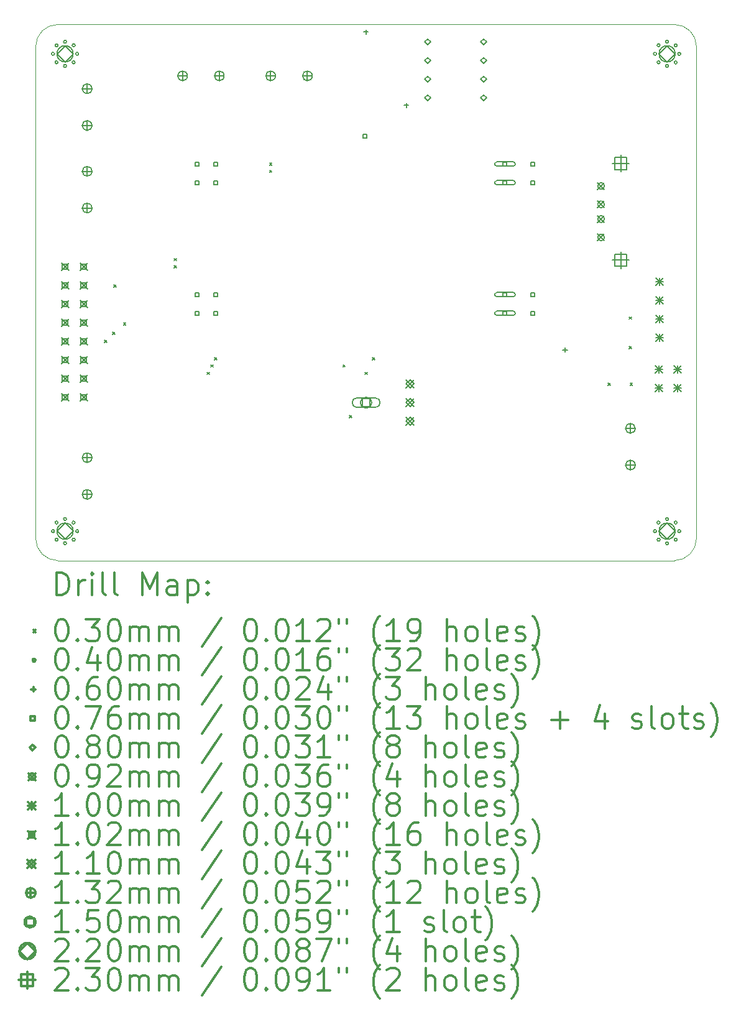
<source format=gbr>
%FSLAX45Y45*%
G04 Gerber Fmt 4.5, Leading zero omitted, Abs format (unit mm)*
G04 Created by KiCad (PCBNEW (5.1.2-1)-1) date 2020-04-05 19:27:45*
%MOMM*%
%LPD*%
G04 APERTURE LIST*
%ADD10C,0.050000*%
%ADD11C,0.200000*%
%ADD12C,0.300000*%
G04 APERTURE END LIST*
D10*
X10200000Y-1500000D02*
X10200000Y-2500000D01*
X8900000Y-1200000D02*
X9900000Y-1200000D01*
X1200000Y-1500000D02*
X1200000Y-2500000D01*
X1500000Y-8500000D02*
G75*
G02X1200000Y-8200000I0J300000D01*
G01*
X10200000Y-8200000D02*
G75*
G02X9900000Y-8500000I-300000J0D01*
G01*
X9900000Y-1200000D02*
G75*
G02X10200000Y-1500000I0J-300000D01*
G01*
X1200000Y-1500000D02*
G75*
G02X1500000Y-1200000I300000J0D01*
G01*
X1500000Y-1200000D02*
X8900000Y-1200000D01*
X1200000Y-8200000D02*
X1200000Y-2500000D01*
X9900000Y-8500000D02*
X1500000Y-8500000D01*
X10200000Y-2500000D02*
X10200000Y-8200000D01*
D11*
X2139684Y-5499684D02*
X2169684Y-5529684D01*
X2169684Y-5499684D02*
X2139684Y-5529684D01*
X2249684Y-5389684D02*
X2279684Y-5419684D01*
X2279684Y-5389684D02*
X2249684Y-5419684D01*
X2265000Y-4745000D02*
X2295000Y-4775000D01*
X2295000Y-4745000D02*
X2265000Y-4775000D01*
X2395000Y-5265000D02*
X2425000Y-5295000D01*
X2425000Y-5265000D02*
X2395000Y-5295000D01*
X3085000Y-4385000D02*
X3115000Y-4415000D01*
X3115000Y-4385000D02*
X3085000Y-4415000D01*
X3085000Y-4485000D02*
X3115000Y-4515000D01*
X3115000Y-4485000D02*
X3085000Y-4515000D01*
X3535000Y-5935000D02*
X3565000Y-5965000D01*
X3565000Y-5935000D02*
X3535000Y-5965000D01*
X3585000Y-5835000D02*
X3615000Y-5865000D01*
X3615000Y-5835000D02*
X3585000Y-5865000D01*
X3634999Y-5735000D02*
X3664999Y-5765000D01*
X3664999Y-5735000D02*
X3634999Y-5765000D01*
X4385000Y-3085000D02*
X4415000Y-3115000D01*
X4415000Y-3085000D02*
X4385000Y-3115000D01*
X4385000Y-3185000D02*
X4415000Y-3215000D01*
X4415000Y-3185000D02*
X4385000Y-3215000D01*
X5385000Y-5835000D02*
X5415000Y-5865000D01*
X5415000Y-5835000D02*
X5385000Y-5865000D01*
X5475000Y-6525000D02*
X5505000Y-6555000D01*
X5505000Y-6525000D02*
X5475000Y-6555000D01*
X5685000Y-5935000D02*
X5715000Y-5965000D01*
X5715000Y-5935000D02*
X5685000Y-5965000D01*
X5785000Y-5735000D02*
X5815000Y-5765000D01*
X5815000Y-5735000D02*
X5785000Y-5765000D01*
X8995000Y-6085000D02*
X9025000Y-6115000D01*
X9025000Y-6085000D02*
X8995000Y-6115000D01*
X9285000Y-5585000D02*
X9315000Y-5615000D01*
X9315000Y-5585000D02*
X9285000Y-5615000D01*
X9286000Y-5184000D02*
X9316000Y-5214000D01*
X9316000Y-5184000D02*
X9286000Y-5214000D01*
X9295000Y-6085000D02*
X9325000Y-6115000D01*
X9325000Y-6085000D02*
X9295000Y-6115000D01*
X1455000Y-8100000D02*
G75*
G03X1455000Y-8100000I-20000J0D01*
G01*
X1503327Y-7983327D02*
G75*
G03X1503327Y-7983327I-20000J0D01*
G01*
X1503327Y-8216673D02*
G75*
G03X1503327Y-8216673I-20000J0D01*
G01*
X1620000Y-7935000D02*
G75*
G03X1620000Y-7935000I-20000J0D01*
G01*
X1620000Y-8265000D02*
G75*
G03X1620000Y-8265000I-20000J0D01*
G01*
X1736673Y-7983327D02*
G75*
G03X1736673Y-7983327I-20000J0D01*
G01*
X1736673Y-8216673D02*
G75*
G03X1736673Y-8216673I-20000J0D01*
G01*
X1785000Y-8100000D02*
G75*
G03X1785000Y-8100000I-20000J0D01*
G01*
X9655000Y-1600000D02*
G75*
G03X9655000Y-1600000I-20000J0D01*
G01*
X9703327Y-1483327D02*
G75*
G03X9703327Y-1483327I-20000J0D01*
G01*
X9703327Y-1716673D02*
G75*
G03X9703327Y-1716673I-20000J0D01*
G01*
X9820000Y-1435000D02*
G75*
G03X9820000Y-1435000I-20000J0D01*
G01*
X9820000Y-1765000D02*
G75*
G03X9820000Y-1765000I-20000J0D01*
G01*
X9936673Y-1483327D02*
G75*
G03X9936673Y-1483327I-20000J0D01*
G01*
X9936673Y-1716673D02*
G75*
G03X9936673Y-1716673I-20000J0D01*
G01*
X9985000Y-1600000D02*
G75*
G03X9985000Y-1600000I-20000J0D01*
G01*
X1455000Y-1600000D02*
G75*
G03X1455000Y-1600000I-20000J0D01*
G01*
X1503327Y-1483327D02*
G75*
G03X1503327Y-1483327I-20000J0D01*
G01*
X1503327Y-1716673D02*
G75*
G03X1503327Y-1716673I-20000J0D01*
G01*
X1620000Y-1435000D02*
G75*
G03X1620000Y-1435000I-20000J0D01*
G01*
X1620000Y-1765000D02*
G75*
G03X1620000Y-1765000I-20000J0D01*
G01*
X1736673Y-1483327D02*
G75*
G03X1736673Y-1483327I-20000J0D01*
G01*
X1736673Y-1716673D02*
G75*
G03X1736673Y-1716673I-20000J0D01*
G01*
X1785000Y-1600000D02*
G75*
G03X1785000Y-1600000I-20000J0D01*
G01*
X9655000Y-8100000D02*
G75*
G03X9655000Y-8100000I-20000J0D01*
G01*
X9703327Y-7983327D02*
G75*
G03X9703327Y-7983327I-20000J0D01*
G01*
X9703327Y-8216673D02*
G75*
G03X9703327Y-8216673I-20000J0D01*
G01*
X9820000Y-7935000D02*
G75*
G03X9820000Y-7935000I-20000J0D01*
G01*
X9820000Y-8265000D02*
G75*
G03X9820000Y-8265000I-20000J0D01*
G01*
X9936673Y-7983327D02*
G75*
G03X9936673Y-7983327I-20000J0D01*
G01*
X9936673Y-8216673D02*
G75*
G03X9936673Y-8216673I-20000J0D01*
G01*
X9985000Y-8100000D02*
G75*
G03X9985000Y-8100000I-20000J0D01*
G01*
X5700000Y-1270000D02*
X5700000Y-1330000D01*
X5670000Y-1300000D02*
X5730000Y-1300000D01*
X6250000Y-2270000D02*
X6250000Y-2330000D01*
X6220000Y-2300000D02*
X6280000Y-2300000D01*
X8410000Y-5600000D02*
X8410000Y-5660000D01*
X8380000Y-5630000D02*
X8440000Y-5630000D01*
X3426941Y-3126941D02*
X3426941Y-3073059D01*
X3373059Y-3073059D01*
X3373059Y-3126941D01*
X3426941Y-3126941D01*
X3426941Y-3380941D02*
X3426941Y-3327059D01*
X3373059Y-3327059D01*
X3373059Y-3380941D01*
X3426941Y-3380941D01*
X3426941Y-4904941D02*
X3426941Y-4851059D01*
X3373059Y-4851059D01*
X3373059Y-4904941D01*
X3426941Y-4904941D01*
X3426941Y-5158941D02*
X3426941Y-5105059D01*
X3373059Y-5105059D01*
X3373059Y-5158941D01*
X3426941Y-5158941D01*
X3680941Y-3126941D02*
X3680941Y-3073059D01*
X3627059Y-3073059D01*
X3627059Y-3126941D01*
X3680941Y-3126941D01*
X3680941Y-3380941D02*
X3680941Y-3327059D01*
X3627059Y-3327059D01*
X3627059Y-3380941D01*
X3680941Y-3380941D01*
X3680941Y-4904941D02*
X3680941Y-4851059D01*
X3627059Y-4851059D01*
X3627059Y-4904941D01*
X3680941Y-4904941D01*
X3680941Y-5158941D02*
X3680941Y-5105059D01*
X3627059Y-5105059D01*
X3627059Y-5158941D01*
X3680941Y-5158941D01*
X5712941Y-2745941D02*
X5712941Y-2692059D01*
X5659059Y-2692059D01*
X5659059Y-2745941D01*
X5712941Y-2745941D01*
X7617941Y-3126941D02*
X7617941Y-3073059D01*
X7564059Y-3073059D01*
X7564059Y-3126941D01*
X7617941Y-3126941D01*
X7479100Y-3128100D02*
X7702900Y-3128100D01*
X7479100Y-3071900D02*
X7702900Y-3071900D01*
X7702900Y-3128100D02*
G75*
G03X7702900Y-3071900I0J28100D01*
G01*
X7479100Y-3071900D02*
G75*
G03X7479100Y-3128100I0J-28100D01*
G01*
X7617941Y-3380941D02*
X7617941Y-3327059D01*
X7564059Y-3327059D01*
X7564059Y-3380941D01*
X7617941Y-3380941D01*
X7479100Y-3382100D02*
X7702900Y-3382100D01*
X7479100Y-3325900D02*
X7702900Y-3325900D01*
X7702900Y-3382100D02*
G75*
G03X7702900Y-3325900I0J28100D01*
G01*
X7479100Y-3325900D02*
G75*
G03X7479100Y-3382100I0J-28100D01*
G01*
X7617941Y-4904941D02*
X7617941Y-4851059D01*
X7564059Y-4851059D01*
X7564059Y-4904941D01*
X7617941Y-4904941D01*
X7479100Y-4906100D02*
X7702900Y-4906100D01*
X7479100Y-4849900D02*
X7702900Y-4849900D01*
X7702900Y-4906100D02*
G75*
G03X7702900Y-4849900I0J28100D01*
G01*
X7479100Y-4849900D02*
G75*
G03X7479100Y-4906100I0J-28100D01*
G01*
X7617941Y-5158941D02*
X7617941Y-5105059D01*
X7564059Y-5105059D01*
X7564059Y-5158941D01*
X7617941Y-5158941D01*
X7479100Y-5160100D02*
X7702900Y-5160100D01*
X7479100Y-5103900D02*
X7702900Y-5103900D01*
X7702900Y-5160100D02*
G75*
G03X7702900Y-5103900I0J28100D01*
G01*
X7479100Y-5103900D02*
G75*
G03X7479100Y-5160100I0J-28100D01*
G01*
X7998941Y-3126941D02*
X7998941Y-3073059D01*
X7945059Y-3073059D01*
X7945059Y-3126941D01*
X7998941Y-3126941D01*
X7998941Y-3380941D02*
X7998941Y-3327059D01*
X7945059Y-3327059D01*
X7945059Y-3380941D01*
X7998941Y-3380941D01*
X7998941Y-4904941D02*
X7998941Y-4851059D01*
X7945059Y-4851059D01*
X7945059Y-4904941D01*
X7998941Y-4904941D01*
X7998941Y-5158941D02*
X7998941Y-5105059D01*
X7945059Y-5105059D01*
X7945059Y-5158941D01*
X7998941Y-5158941D01*
X6538000Y-1478000D02*
X6578000Y-1438000D01*
X6538000Y-1398000D01*
X6498000Y-1438000D01*
X6538000Y-1478000D01*
X6538000Y-1732000D02*
X6578000Y-1692000D01*
X6538000Y-1652000D01*
X6498000Y-1692000D01*
X6538000Y-1732000D01*
X6538000Y-1986000D02*
X6578000Y-1946000D01*
X6538000Y-1906000D01*
X6498000Y-1946000D01*
X6538000Y-1986000D01*
X6538000Y-2240000D02*
X6578000Y-2200000D01*
X6538000Y-2160000D01*
X6498000Y-2200000D01*
X6538000Y-2240000D01*
X7300000Y-1478000D02*
X7340000Y-1438000D01*
X7300000Y-1398000D01*
X7260000Y-1438000D01*
X7300000Y-1478000D01*
X7300000Y-1732000D02*
X7340000Y-1692000D01*
X7300000Y-1652000D01*
X7260000Y-1692000D01*
X7300000Y-1732000D01*
X7300000Y-1986000D02*
X7340000Y-1946000D01*
X7300000Y-1906000D01*
X7260000Y-1946000D01*
X7300000Y-1986000D01*
X7300000Y-2240000D02*
X7340000Y-2200000D01*
X7300000Y-2160000D01*
X7260000Y-2200000D01*
X7300000Y-2240000D01*
X8854000Y-3354000D02*
X8946000Y-3446000D01*
X8946000Y-3354000D02*
X8854000Y-3446000D01*
X8946000Y-3400000D02*
G75*
G03X8946000Y-3400000I-46000J0D01*
G01*
X8854000Y-3604000D02*
X8946000Y-3696000D01*
X8946000Y-3604000D02*
X8854000Y-3696000D01*
X8946000Y-3650000D02*
G75*
G03X8946000Y-3650000I-46000J0D01*
G01*
X8854000Y-3804000D02*
X8946000Y-3896000D01*
X8946000Y-3804000D02*
X8854000Y-3896000D01*
X8946000Y-3850000D02*
G75*
G03X8946000Y-3850000I-46000J0D01*
G01*
X8854000Y-4054000D02*
X8946000Y-4146000D01*
X8946000Y-4054000D02*
X8854000Y-4146000D01*
X8946000Y-4100000D02*
G75*
G03X8946000Y-4100000I-46000J0D01*
G01*
X9640000Y-5846000D02*
X9740000Y-5946000D01*
X9740000Y-5846000D02*
X9640000Y-5946000D01*
X9690000Y-5846000D02*
X9690000Y-5946000D01*
X9640000Y-5896000D02*
X9740000Y-5896000D01*
X9640000Y-6100000D02*
X9740000Y-6200000D01*
X9740000Y-6100000D02*
X9640000Y-6200000D01*
X9690000Y-6100000D02*
X9690000Y-6200000D01*
X9640000Y-6150000D02*
X9740000Y-6150000D01*
X9894000Y-5846000D02*
X9994000Y-5946000D01*
X9994000Y-5846000D02*
X9894000Y-5946000D01*
X9944000Y-5846000D02*
X9944000Y-5946000D01*
X9894000Y-5896000D02*
X9994000Y-5896000D01*
X9894000Y-6100000D02*
X9994000Y-6200000D01*
X9994000Y-6100000D02*
X9894000Y-6200000D01*
X9944000Y-6100000D02*
X9944000Y-6200000D01*
X9894000Y-6150000D02*
X9994000Y-6150000D01*
X9650000Y-4650000D02*
X9750000Y-4750000D01*
X9750000Y-4650000D02*
X9650000Y-4750000D01*
X9700000Y-4650000D02*
X9700000Y-4750000D01*
X9650000Y-4700000D02*
X9750000Y-4700000D01*
X9650000Y-4904000D02*
X9750000Y-5004000D01*
X9750000Y-4904000D02*
X9650000Y-5004000D01*
X9700000Y-4904000D02*
X9700000Y-5004000D01*
X9650000Y-4954000D02*
X9750000Y-4954000D01*
X9650000Y-5158000D02*
X9750000Y-5258000D01*
X9750000Y-5158000D02*
X9650000Y-5258000D01*
X9700000Y-5158000D02*
X9700000Y-5258000D01*
X9650000Y-5208000D02*
X9750000Y-5208000D01*
X9650000Y-5412000D02*
X9750000Y-5512000D01*
X9750000Y-5412000D02*
X9650000Y-5512000D01*
X9700000Y-5412000D02*
X9700000Y-5512000D01*
X9650000Y-5462000D02*
X9750000Y-5462000D01*
X1549200Y-4449200D02*
X1650800Y-4550800D01*
X1650800Y-4449200D02*
X1549200Y-4550800D01*
X1635921Y-4535921D02*
X1635921Y-4464079D01*
X1564079Y-4464079D01*
X1564079Y-4535921D01*
X1635921Y-4535921D01*
X1549200Y-4703200D02*
X1650800Y-4804800D01*
X1650800Y-4703200D02*
X1549200Y-4804800D01*
X1635921Y-4789921D02*
X1635921Y-4718079D01*
X1564079Y-4718079D01*
X1564079Y-4789921D01*
X1635921Y-4789921D01*
X1549200Y-4957200D02*
X1650800Y-5058800D01*
X1650800Y-4957200D02*
X1549200Y-5058800D01*
X1635921Y-5043921D02*
X1635921Y-4972079D01*
X1564079Y-4972079D01*
X1564079Y-5043921D01*
X1635921Y-5043921D01*
X1549200Y-5211200D02*
X1650800Y-5312800D01*
X1650800Y-5211200D02*
X1549200Y-5312800D01*
X1635921Y-5297921D02*
X1635921Y-5226079D01*
X1564079Y-5226079D01*
X1564079Y-5297921D01*
X1635921Y-5297921D01*
X1549200Y-5465200D02*
X1650800Y-5566800D01*
X1650800Y-5465200D02*
X1549200Y-5566800D01*
X1635921Y-5551921D02*
X1635921Y-5480079D01*
X1564079Y-5480079D01*
X1564079Y-5551921D01*
X1635921Y-5551921D01*
X1549200Y-5719200D02*
X1650800Y-5820800D01*
X1650800Y-5719200D02*
X1549200Y-5820800D01*
X1635921Y-5805921D02*
X1635921Y-5734079D01*
X1564079Y-5734079D01*
X1564079Y-5805921D01*
X1635921Y-5805921D01*
X1549200Y-5973200D02*
X1650800Y-6074800D01*
X1650800Y-5973200D02*
X1549200Y-6074800D01*
X1635921Y-6059921D02*
X1635921Y-5988079D01*
X1564079Y-5988079D01*
X1564079Y-6059921D01*
X1635921Y-6059921D01*
X1549200Y-6227200D02*
X1650800Y-6328800D01*
X1650800Y-6227200D02*
X1549200Y-6328800D01*
X1635921Y-6313921D02*
X1635921Y-6242079D01*
X1564079Y-6242079D01*
X1564079Y-6313921D01*
X1635921Y-6313921D01*
X1803200Y-4449200D02*
X1904800Y-4550800D01*
X1904800Y-4449200D02*
X1803200Y-4550800D01*
X1889921Y-4535921D02*
X1889921Y-4464079D01*
X1818079Y-4464079D01*
X1818079Y-4535921D01*
X1889921Y-4535921D01*
X1803200Y-4703200D02*
X1904800Y-4804800D01*
X1904800Y-4703200D02*
X1803200Y-4804800D01*
X1889921Y-4789921D02*
X1889921Y-4718079D01*
X1818079Y-4718079D01*
X1818079Y-4789921D01*
X1889921Y-4789921D01*
X1803200Y-4957200D02*
X1904800Y-5058800D01*
X1904800Y-4957200D02*
X1803200Y-5058800D01*
X1889921Y-5043921D02*
X1889921Y-4972079D01*
X1818079Y-4972079D01*
X1818079Y-5043921D01*
X1889921Y-5043921D01*
X1803200Y-5211200D02*
X1904800Y-5312800D01*
X1904800Y-5211200D02*
X1803200Y-5312800D01*
X1889921Y-5297921D02*
X1889921Y-5226079D01*
X1818079Y-5226079D01*
X1818079Y-5297921D01*
X1889921Y-5297921D01*
X1803200Y-5465200D02*
X1904800Y-5566800D01*
X1904800Y-5465200D02*
X1803200Y-5566800D01*
X1889921Y-5551921D02*
X1889921Y-5480079D01*
X1818079Y-5480079D01*
X1818079Y-5551921D01*
X1889921Y-5551921D01*
X1803200Y-5719200D02*
X1904800Y-5820800D01*
X1904800Y-5719200D02*
X1803200Y-5820800D01*
X1889921Y-5805921D02*
X1889921Y-5734079D01*
X1818079Y-5734079D01*
X1818079Y-5805921D01*
X1889921Y-5805921D01*
X1803200Y-5973200D02*
X1904800Y-6074800D01*
X1904800Y-5973200D02*
X1803200Y-6074800D01*
X1889921Y-6059921D02*
X1889921Y-5988079D01*
X1818079Y-5988079D01*
X1818079Y-6059921D01*
X1889921Y-6059921D01*
X1803200Y-6227200D02*
X1904800Y-6328800D01*
X1904800Y-6227200D02*
X1803200Y-6328800D01*
X1889921Y-6313921D02*
X1889921Y-6242079D01*
X1818079Y-6242079D01*
X1818079Y-6313921D01*
X1889921Y-6313921D01*
X6245000Y-6037000D02*
X6355000Y-6147000D01*
X6355000Y-6037000D02*
X6245000Y-6147000D01*
X6300000Y-6147000D02*
X6355000Y-6092000D01*
X6300000Y-6037000D01*
X6245000Y-6092000D01*
X6300000Y-6147000D01*
X6245000Y-6291000D02*
X6355000Y-6401000D01*
X6355000Y-6291000D02*
X6245000Y-6401000D01*
X6300000Y-6401000D02*
X6355000Y-6346000D01*
X6300000Y-6291000D01*
X6245000Y-6346000D01*
X6300000Y-6401000D01*
X6245000Y-6545000D02*
X6355000Y-6655000D01*
X6355000Y-6545000D02*
X6245000Y-6655000D01*
X6300000Y-6655000D02*
X6355000Y-6600000D01*
X6300000Y-6545000D01*
X6245000Y-6600000D01*
X6300000Y-6655000D01*
X9300000Y-6634000D02*
X9300000Y-6766000D01*
X9234000Y-6700000D02*
X9366000Y-6700000D01*
X9366000Y-6700000D02*
G75*
G03X9366000Y-6700000I-66000J0D01*
G01*
X9300000Y-7134000D02*
X9300000Y-7266000D01*
X9234000Y-7200000D02*
X9366000Y-7200000D01*
X9366000Y-7200000D02*
G75*
G03X9366000Y-7200000I-66000J0D01*
G01*
X3200000Y-1834000D02*
X3200000Y-1966000D01*
X3134000Y-1900000D02*
X3266000Y-1900000D01*
X3266000Y-1900000D02*
G75*
G03X3266000Y-1900000I-66000J0D01*
G01*
X3700000Y-1834000D02*
X3700000Y-1966000D01*
X3634000Y-1900000D02*
X3766000Y-1900000D01*
X3766000Y-1900000D02*
G75*
G03X3766000Y-1900000I-66000J0D01*
G01*
X1900000Y-3134000D02*
X1900000Y-3266000D01*
X1834000Y-3200000D02*
X1966000Y-3200000D01*
X1966000Y-3200000D02*
G75*
G03X1966000Y-3200000I-66000J0D01*
G01*
X1900000Y-3634000D02*
X1900000Y-3766000D01*
X1834000Y-3700000D02*
X1966000Y-3700000D01*
X1966000Y-3700000D02*
G75*
G03X1966000Y-3700000I-66000J0D01*
G01*
X4400000Y-1834000D02*
X4400000Y-1966000D01*
X4334000Y-1900000D02*
X4466000Y-1900000D01*
X4466000Y-1900000D02*
G75*
G03X4466000Y-1900000I-66000J0D01*
G01*
X4900000Y-1834000D02*
X4900000Y-1966000D01*
X4834000Y-1900000D02*
X4966000Y-1900000D01*
X4966000Y-1900000D02*
G75*
G03X4966000Y-1900000I-66000J0D01*
G01*
X1900000Y-7034000D02*
X1900000Y-7166000D01*
X1834000Y-7100000D02*
X1966000Y-7100000D01*
X1966000Y-7100000D02*
G75*
G03X1966000Y-7100000I-66000J0D01*
G01*
X1900000Y-7534000D02*
X1900000Y-7666000D01*
X1834000Y-7600000D02*
X1966000Y-7600000D01*
X1966000Y-7600000D02*
G75*
G03X1966000Y-7600000I-66000J0D01*
G01*
X1900000Y-2009000D02*
X1900000Y-2141000D01*
X1834000Y-2075000D02*
X1966000Y-2075000D01*
X1966000Y-2075000D02*
G75*
G03X1966000Y-2075000I-66000J0D01*
G01*
X1900000Y-2509000D02*
X1900000Y-2641000D01*
X1834000Y-2575000D02*
X1966000Y-2575000D01*
X1966000Y-2575000D02*
G75*
G03X1966000Y-2575000I-66000J0D01*
G01*
X5753033Y-6403033D02*
X5753033Y-6296966D01*
X5646966Y-6296966D01*
X5646966Y-6403033D01*
X5753033Y-6403033D01*
X5775000Y-6350000D02*
G75*
G03X5775000Y-6350000I-75000J0D01*
G01*
X5575000Y-6415000D02*
X5825000Y-6415000D01*
X5575000Y-6285000D02*
X5825000Y-6285000D01*
X5825000Y-6415000D02*
G75*
G03X5825000Y-6285000I0J65000D01*
G01*
X5575000Y-6285000D02*
G75*
G03X5575000Y-6415000I0J-65000D01*
G01*
X9800000Y-1710000D02*
X9910000Y-1600000D01*
X9800000Y-1490000D01*
X9690000Y-1600000D01*
X9800000Y-1710000D01*
X9910000Y-1600000D02*
G75*
G03X9910000Y-1600000I-110000J0D01*
G01*
X1600000Y-1710000D02*
X1710000Y-1600000D01*
X1600000Y-1490000D01*
X1490000Y-1600000D01*
X1600000Y-1710000D01*
X1710000Y-1600000D02*
G75*
G03X1710000Y-1600000I-110000J0D01*
G01*
X9800000Y-8210000D02*
X9910000Y-8100000D01*
X9800000Y-7990000D01*
X9690000Y-8100000D01*
X9800000Y-8210000D01*
X9910000Y-8100000D02*
G75*
G03X9910000Y-8100000I-110000J0D01*
G01*
X1600000Y-8210000D02*
X1710000Y-8100000D01*
X1600000Y-7990000D01*
X1490000Y-8100000D01*
X1600000Y-8210000D01*
X1710000Y-8100000D02*
G75*
G03X1710000Y-8100000I-110000J0D01*
G01*
X9171000Y-2978000D02*
X9171000Y-3208000D01*
X9056000Y-3093000D02*
X9286000Y-3093000D01*
X9252318Y-3174318D02*
X9252318Y-3011682D01*
X9089682Y-3011682D01*
X9089682Y-3174318D01*
X9252318Y-3174318D01*
X9171000Y-4292000D02*
X9171000Y-4522000D01*
X9056000Y-4407000D02*
X9286000Y-4407000D01*
X9252318Y-4488318D02*
X9252318Y-4325682D01*
X9089682Y-4325682D01*
X9089682Y-4488318D01*
X9252318Y-4488318D01*
D12*
X1483928Y-8968214D02*
X1483928Y-8668214D01*
X1555357Y-8668214D01*
X1598214Y-8682500D01*
X1626786Y-8711072D01*
X1641071Y-8739643D01*
X1655357Y-8796786D01*
X1655357Y-8839643D01*
X1641071Y-8896786D01*
X1626786Y-8925357D01*
X1598214Y-8953929D01*
X1555357Y-8968214D01*
X1483928Y-8968214D01*
X1783928Y-8968214D02*
X1783928Y-8768214D01*
X1783928Y-8825357D02*
X1798214Y-8796786D01*
X1812500Y-8782500D01*
X1841071Y-8768214D01*
X1869643Y-8768214D01*
X1969643Y-8968214D02*
X1969643Y-8768214D01*
X1969643Y-8668214D02*
X1955357Y-8682500D01*
X1969643Y-8696786D01*
X1983928Y-8682500D01*
X1969643Y-8668214D01*
X1969643Y-8696786D01*
X2155357Y-8968214D02*
X2126786Y-8953929D01*
X2112500Y-8925357D01*
X2112500Y-8668214D01*
X2312500Y-8968214D02*
X2283928Y-8953929D01*
X2269643Y-8925357D01*
X2269643Y-8668214D01*
X2655357Y-8968214D02*
X2655357Y-8668214D01*
X2755357Y-8882500D01*
X2855357Y-8668214D01*
X2855357Y-8968214D01*
X3126786Y-8968214D02*
X3126786Y-8811072D01*
X3112500Y-8782500D01*
X3083928Y-8768214D01*
X3026786Y-8768214D01*
X2998214Y-8782500D01*
X3126786Y-8953929D02*
X3098214Y-8968214D01*
X3026786Y-8968214D01*
X2998214Y-8953929D01*
X2983928Y-8925357D01*
X2983928Y-8896786D01*
X2998214Y-8868214D01*
X3026786Y-8853929D01*
X3098214Y-8853929D01*
X3126786Y-8839643D01*
X3269643Y-8768214D02*
X3269643Y-9068214D01*
X3269643Y-8782500D02*
X3298214Y-8768214D01*
X3355357Y-8768214D01*
X3383928Y-8782500D01*
X3398214Y-8796786D01*
X3412500Y-8825357D01*
X3412500Y-8911072D01*
X3398214Y-8939643D01*
X3383928Y-8953929D01*
X3355357Y-8968214D01*
X3298214Y-8968214D01*
X3269643Y-8953929D01*
X3541071Y-8939643D02*
X3555357Y-8953929D01*
X3541071Y-8968214D01*
X3526786Y-8953929D01*
X3541071Y-8939643D01*
X3541071Y-8968214D01*
X3541071Y-8782500D02*
X3555357Y-8796786D01*
X3541071Y-8811072D01*
X3526786Y-8796786D01*
X3541071Y-8782500D01*
X3541071Y-8811072D01*
X1167500Y-9447500D02*
X1197500Y-9477500D01*
X1197500Y-9447500D02*
X1167500Y-9477500D01*
X1541071Y-9298214D02*
X1569643Y-9298214D01*
X1598214Y-9312500D01*
X1612500Y-9326786D01*
X1626786Y-9355357D01*
X1641071Y-9412500D01*
X1641071Y-9483929D01*
X1626786Y-9541072D01*
X1612500Y-9569643D01*
X1598214Y-9583929D01*
X1569643Y-9598214D01*
X1541071Y-9598214D01*
X1512500Y-9583929D01*
X1498214Y-9569643D01*
X1483928Y-9541072D01*
X1469643Y-9483929D01*
X1469643Y-9412500D01*
X1483928Y-9355357D01*
X1498214Y-9326786D01*
X1512500Y-9312500D01*
X1541071Y-9298214D01*
X1769643Y-9569643D02*
X1783928Y-9583929D01*
X1769643Y-9598214D01*
X1755357Y-9583929D01*
X1769643Y-9569643D01*
X1769643Y-9598214D01*
X1883928Y-9298214D02*
X2069643Y-9298214D01*
X1969643Y-9412500D01*
X2012500Y-9412500D01*
X2041071Y-9426786D01*
X2055357Y-9441072D01*
X2069643Y-9469643D01*
X2069643Y-9541072D01*
X2055357Y-9569643D01*
X2041071Y-9583929D01*
X2012500Y-9598214D01*
X1926786Y-9598214D01*
X1898214Y-9583929D01*
X1883928Y-9569643D01*
X2255357Y-9298214D02*
X2283928Y-9298214D01*
X2312500Y-9312500D01*
X2326786Y-9326786D01*
X2341071Y-9355357D01*
X2355357Y-9412500D01*
X2355357Y-9483929D01*
X2341071Y-9541072D01*
X2326786Y-9569643D01*
X2312500Y-9583929D01*
X2283928Y-9598214D01*
X2255357Y-9598214D01*
X2226786Y-9583929D01*
X2212500Y-9569643D01*
X2198214Y-9541072D01*
X2183928Y-9483929D01*
X2183928Y-9412500D01*
X2198214Y-9355357D01*
X2212500Y-9326786D01*
X2226786Y-9312500D01*
X2255357Y-9298214D01*
X2483928Y-9598214D02*
X2483928Y-9398214D01*
X2483928Y-9426786D02*
X2498214Y-9412500D01*
X2526786Y-9398214D01*
X2569643Y-9398214D01*
X2598214Y-9412500D01*
X2612500Y-9441072D01*
X2612500Y-9598214D01*
X2612500Y-9441072D02*
X2626786Y-9412500D01*
X2655357Y-9398214D01*
X2698214Y-9398214D01*
X2726786Y-9412500D01*
X2741071Y-9441072D01*
X2741071Y-9598214D01*
X2883928Y-9598214D02*
X2883928Y-9398214D01*
X2883928Y-9426786D02*
X2898214Y-9412500D01*
X2926786Y-9398214D01*
X2969643Y-9398214D01*
X2998214Y-9412500D01*
X3012500Y-9441072D01*
X3012500Y-9598214D01*
X3012500Y-9441072D02*
X3026786Y-9412500D01*
X3055357Y-9398214D01*
X3098214Y-9398214D01*
X3126786Y-9412500D01*
X3141071Y-9441072D01*
X3141071Y-9598214D01*
X3726786Y-9283929D02*
X3469643Y-9669643D01*
X4112500Y-9298214D02*
X4141071Y-9298214D01*
X4169643Y-9312500D01*
X4183928Y-9326786D01*
X4198214Y-9355357D01*
X4212500Y-9412500D01*
X4212500Y-9483929D01*
X4198214Y-9541072D01*
X4183928Y-9569643D01*
X4169643Y-9583929D01*
X4141071Y-9598214D01*
X4112500Y-9598214D01*
X4083928Y-9583929D01*
X4069643Y-9569643D01*
X4055357Y-9541072D01*
X4041071Y-9483929D01*
X4041071Y-9412500D01*
X4055357Y-9355357D01*
X4069643Y-9326786D01*
X4083928Y-9312500D01*
X4112500Y-9298214D01*
X4341071Y-9569643D02*
X4355357Y-9583929D01*
X4341071Y-9598214D01*
X4326786Y-9583929D01*
X4341071Y-9569643D01*
X4341071Y-9598214D01*
X4541071Y-9298214D02*
X4569643Y-9298214D01*
X4598214Y-9312500D01*
X4612500Y-9326786D01*
X4626786Y-9355357D01*
X4641071Y-9412500D01*
X4641071Y-9483929D01*
X4626786Y-9541072D01*
X4612500Y-9569643D01*
X4598214Y-9583929D01*
X4569643Y-9598214D01*
X4541071Y-9598214D01*
X4512500Y-9583929D01*
X4498214Y-9569643D01*
X4483928Y-9541072D01*
X4469643Y-9483929D01*
X4469643Y-9412500D01*
X4483928Y-9355357D01*
X4498214Y-9326786D01*
X4512500Y-9312500D01*
X4541071Y-9298214D01*
X4926786Y-9598214D02*
X4755357Y-9598214D01*
X4841071Y-9598214D02*
X4841071Y-9298214D01*
X4812500Y-9341072D01*
X4783928Y-9369643D01*
X4755357Y-9383929D01*
X5041071Y-9326786D02*
X5055357Y-9312500D01*
X5083928Y-9298214D01*
X5155357Y-9298214D01*
X5183928Y-9312500D01*
X5198214Y-9326786D01*
X5212500Y-9355357D01*
X5212500Y-9383929D01*
X5198214Y-9426786D01*
X5026786Y-9598214D01*
X5212500Y-9598214D01*
X5326786Y-9298214D02*
X5326786Y-9355357D01*
X5441071Y-9298214D02*
X5441071Y-9355357D01*
X5883928Y-9712500D02*
X5869643Y-9698214D01*
X5841071Y-9655357D01*
X5826786Y-9626786D01*
X5812500Y-9583929D01*
X5798214Y-9512500D01*
X5798214Y-9455357D01*
X5812500Y-9383929D01*
X5826786Y-9341072D01*
X5841071Y-9312500D01*
X5869643Y-9269643D01*
X5883928Y-9255357D01*
X6155357Y-9598214D02*
X5983928Y-9598214D01*
X6069643Y-9598214D02*
X6069643Y-9298214D01*
X6041071Y-9341072D01*
X6012500Y-9369643D01*
X5983928Y-9383929D01*
X6298214Y-9598214D02*
X6355357Y-9598214D01*
X6383928Y-9583929D01*
X6398214Y-9569643D01*
X6426786Y-9526786D01*
X6441071Y-9469643D01*
X6441071Y-9355357D01*
X6426786Y-9326786D01*
X6412500Y-9312500D01*
X6383928Y-9298214D01*
X6326786Y-9298214D01*
X6298214Y-9312500D01*
X6283928Y-9326786D01*
X6269643Y-9355357D01*
X6269643Y-9426786D01*
X6283928Y-9455357D01*
X6298214Y-9469643D01*
X6326786Y-9483929D01*
X6383928Y-9483929D01*
X6412500Y-9469643D01*
X6426786Y-9455357D01*
X6441071Y-9426786D01*
X6798214Y-9598214D02*
X6798214Y-9298214D01*
X6926786Y-9598214D02*
X6926786Y-9441072D01*
X6912500Y-9412500D01*
X6883928Y-9398214D01*
X6841071Y-9398214D01*
X6812500Y-9412500D01*
X6798214Y-9426786D01*
X7112500Y-9598214D02*
X7083928Y-9583929D01*
X7069643Y-9569643D01*
X7055357Y-9541072D01*
X7055357Y-9455357D01*
X7069643Y-9426786D01*
X7083928Y-9412500D01*
X7112500Y-9398214D01*
X7155357Y-9398214D01*
X7183928Y-9412500D01*
X7198214Y-9426786D01*
X7212500Y-9455357D01*
X7212500Y-9541072D01*
X7198214Y-9569643D01*
X7183928Y-9583929D01*
X7155357Y-9598214D01*
X7112500Y-9598214D01*
X7383928Y-9598214D02*
X7355357Y-9583929D01*
X7341071Y-9555357D01*
X7341071Y-9298214D01*
X7612500Y-9583929D02*
X7583928Y-9598214D01*
X7526786Y-9598214D01*
X7498214Y-9583929D01*
X7483928Y-9555357D01*
X7483928Y-9441072D01*
X7498214Y-9412500D01*
X7526786Y-9398214D01*
X7583928Y-9398214D01*
X7612500Y-9412500D01*
X7626786Y-9441072D01*
X7626786Y-9469643D01*
X7483928Y-9498214D01*
X7741071Y-9583929D02*
X7769643Y-9598214D01*
X7826786Y-9598214D01*
X7855357Y-9583929D01*
X7869643Y-9555357D01*
X7869643Y-9541072D01*
X7855357Y-9512500D01*
X7826786Y-9498214D01*
X7783928Y-9498214D01*
X7755357Y-9483929D01*
X7741071Y-9455357D01*
X7741071Y-9441072D01*
X7755357Y-9412500D01*
X7783928Y-9398214D01*
X7826786Y-9398214D01*
X7855357Y-9412500D01*
X7969643Y-9712500D02*
X7983928Y-9698214D01*
X8012500Y-9655357D01*
X8026786Y-9626786D01*
X8041071Y-9583929D01*
X8055357Y-9512500D01*
X8055357Y-9455357D01*
X8041071Y-9383929D01*
X8026786Y-9341072D01*
X8012500Y-9312500D01*
X7983928Y-9269643D01*
X7969643Y-9255357D01*
X1197500Y-9858500D02*
G75*
G03X1197500Y-9858500I-20000J0D01*
G01*
X1541071Y-9694214D02*
X1569643Y-9694214D01*
X1598214Y-9708500D01*
X1612500Y-9722786D01*
X1626786Y-9751357D01*
X1641071Y-9808500D01*
X1641071Y-9879929D01*
X1626786Y-9937072D01*
X1612500Y-9965643D01*
X1598214Y-9979929D01*
X1569643Y-9994214D01*
X1541071Y-9994214D01*
X1512500Y-9979929D01*
X1498214Y-9965643D01*
X1483928Y-9937072D01*
X1469643Y-9879929D01*
X1469643Y-9808500D01*
X1483928Y-9751357D01*
X1498214Y-9722786D01*
X1512500Y-9708500D01*
X1541071Y-9694214D01*
X1769643Y-9965643D02*
X1783928Y-9979929D01*
X1769643Y-9994214D01*
X1755357Y-9979929D01*
X1769643Y-9965643D01*
X1769643Y-9994214D01*
X2041071Y-9794214D02*
X2041071Y-9994214D01*
X1969643Y-9679929D02*
X1898214Y-9894214D01*
X2083928Y-9894214D01*
X2255357Y-9694214D02*
X2283928Y-9694214D01*
X2312500Y-9708500D01*
X2326786Y-9722786D01*
X2341071Y-9751357D01*
X2355357Y-9808500D01*
X2355357Y-9879929D01*
X2341071Y-9937072D01*
X2326786Y-9965643D01*
X2312500Y-9979929D01*
X2283928Y-9994214D01*
X2255357Y-9994214D01*
X2226786Y-9979929D01*
X2212500Y-9965643D01*
X2198214Y-9937072D01*
X2183928Y-9879929D01*
X2183928Y-9808500D01*
X2198214Y-9751357D01*
X2212500Y-9722786D01*
X2226786Y-9708500D01*
X2255357Y-9694214D01*
X2483928Y-9994214D02*
X2483928Y-9794214D01*
X2483928Y-9822786D02*
X2498214Y-9808500D01*
X2526786Y-9794214D01*
X2569643Y-9794214D01*
X2598214Y-9808500D01*
X2612500Y-9837072D01*
X2612500Y-9994214D01*
X2612500Y-9837072D02*
X2626786Y-9808500D01*
X2655357Y-9794214D01*
X2698214Y-9794214D01*
X2726786Y-9808500D01*
X2741071Y-9837072D01*
X2741071Y-9994214D01*
X2883928Y-9994214D02*
X2883928Y-9794214D01*
X2883928Y-9822786D02*
X2898214Y-9808500D01*
X2926786Y-9794214D01*
X2969643Y-9794214D01*
X2998214Y-9808500D01*
X3012500Y-9837072D01*
X3012500Y-9994214D01*
X3012500Y-9837072D02*
X3026786Y-9808500D01*
X3055357Y-9794214D01*
X3098214Y-9794214D01*
X3126786Y-9808500D01*
X3141071Y-9837072D01*
X3141071Y-9994214D01*
X3726786Y-9679929D02*
X3469643Y-10065643D01*
X4112500Y-9694214D02*
X4141071Y-9694214D01*
X4169643Y-9708500D01*
X4183928Y-9722786D01*
X4198214Y-9751357D01*
X4212500Y-9808500D01*
X4212500Y-9879929D01*
X4198214Y-9937072D01*
X4183928Y-9965643D01*
X4169643Y-9979929D01*
X4141071Y-9994214D01*
X4112500Y-9994214D01*
X4083928Y-9979929D01*
X4069643Y-9965643D01*
X4055357Y-9937072D01*
X4041071Y-9879929D01*
X4041071Y-9808500D01*
X4055357Y-9751357D01*
X4069643Y-9722786D01*
X4083928Y-9708500D01*
X4112500Y-9694214D01*
X4341071Y-9965643D02*
X4355357Y-9979929D01*
X4341071Y-9994214D01*
X4326786Y-9979929D01*
X4341071Y-9965643D01*
X4341071Y-9994214D01*
X4541071Y-9694214D02*
X4569643Y-9694214D01*
X4598214Y-9708500D01*
X4612500Y-9722786D01*
X4626786Y-9751357D01*
X4641071Y-9808500D01*
X4641071Y-9879929D01*
X4626786Y-9937072D01*
X4612500Y-9965643D01*
X4598214Y-9979929D01*
X4569643Y-9994214D01*
X4541071Y-9994214D01*
X4512500Y-9979929D01*
X4498214Y-9965643D01*
X4483928Y-9937072D01*
X4469643Y-9879929D01*
X4469643Y-9808500D01*
X4483928Y-9751357D01*
X4498214Y-9722786D01*
X4512500Y-9708500D01*
X4541071Y-9694214D01*
X4926786Y-9994214D02*
X4755357Y-9994214D01*
X4841071Y-9994214D02*
X4841071Y-9694214D01*
X4812500Y-9737072D01*
X4783928Y-9765643D01*
X4755357Y-9779929D01*
X5183928Y-9694214D02*
X5126786Y-9694214D01*
X5098214Y-9708500D01*
X5083928Y-9722786D01*
X5055357Y-9765643D01*
X5041071Y-9822786D01*
X5041071Y-9937072D01*
X5055357Y-9965643D01*
X5069643Y-9979929D01*
X5098214Y-9994214D01*
X5155357Y-9994214D01*
X5183928Y-9979929D01*
X5198214Y-9965643D01*
X5212500Y-9937072D01*
X5212500Y-9865643D01*
X5198214Y-9837072D01*
X5183928Y-9822786D01*
X5155357Y-9808500D01*
X5098214Y-9808500D01*
X5069643Y-9822786D01*
X5055357Y-9837072D01*
X5041071Y-9865643D01*
X5326786Y-9694214D02*
X5326786Y-9751357D01*
X5441071Y-9694214D02*
X5441071Y-9751357D01*
X5883928Y-10108500D02*
X5869643Y-10094214D01*
X5841071Y-10051357D01*
X5826786Y-10022786D01*
X5812500Y-9979929D01*
X5798214Y-9908500D01*
X5798214Y-9851357D01*
X5812500Y-9779929D01*
X5826786Y-9737072D01*
X5841071Y-9708500D01*
X5869643Y-9665643D01*
X5883928Y-9651357D01*
X5969643Y-9694214D02*
X6155357Y-9694214D01*
X6055357Y-9808500D01*
X6098214Y-9808500D01*
X6126786Y-9822786D01*
X6141071Y-9837072D01*
X6155357Y-9865643D01*
X6155357Y-9937072D01*
X6141071Y-9965643D01*
X6126786Y-9979929D01*
X6098214Y-9994214D01*
X6012500Y-9994214D01*
X5983928Y-9979929D01*
X5969643Y-9965643D01*
X6269643Y-9722786D02*
X6283928Y-9708500D01*
X6312500Y-9694214D01*
X6383928Y-9694214D01*
X6412500Y-9708500D01*
X6426786Y-9722786D01*
X6441071Y-9751357D01*
X6441071Y-9779929D01*
X6426786Y-9822786D01*
X6255357Y-9994214D01*
X6441071Y-9994214D01*
X6798214Y-9994214D02*
X6798214Y-9694214D01*
X6926786Y-9994214D02*
X6926786Y-9837072D01*
X6912500Y-9808500D01*
X6883928Y-9794214D01*
X6841071Y-9794214D01*
X6812500Y-9808500D01*
X6798214Y-9822786D01*
X7112500Y-9994214D02*
X7083928Y-9979929D01*
X7069643Y-9965643D01*
X7055357Y-9937072D01*
X7055357Y-9851357D01*
X7069643Y-9822786D01*
X7083928Y-9808500D01*
X7112500Y-9794214D01*
X7155357Y-9794214D01*
X7183928Y-9808500D01*
X7198214Y-9822786D01*
X7212500Y-9851357D01*
X7212500Y-9937072D01*
X7198214Y-9965643D01*
X7183928Y-9979929D01*
X7155357Y-9994214D01*
X7112500Y-9994214D01*
X7383928Y-9994214D02*
X7355357Y-9979929D01*
X7341071Y-9951357D01*
X7341071Y-9694214D01*
X7612500Y-9979929D02*
X7583928Y-9994214D01*
X7526786Y-9994214D01*
X7498214Y-9979929D01*
X7483928Y-9951357D01*
X7483928Y-9837072D01*
X7498214Y-9808500D01*
X7526786Y-9794214D01*
X7583928Y-9794214D01*
X7612500Y-9808500D01*
X7626786Y-9837072D01*
X7626786Y-9865643D01*
X7483928Y-9894214D01*
X7741071Y-9979929D02*
X7769643Y-9994214D01*
X7826786Y-9994214D01*
X7855357Y-9979929D01*
X7869643Y-9951357D01*
X7869643Y-9937072D01*
X7855357Y-9908500D01*
X7826786Y-9894214D01*
X7783928Y-9894214D01*
X7755357Y-9879929D01*
X7741071Y-9851357D01*
X7741071Y-9837072D01*
X7755357Y-9808500D01*
X7783928Y-9794214D01*
X7826786Y-9794214D01*
X7855357Y-9808500D01*
X7969643Y-10108500D02*
X7983928Y-10094214D01*
X8012500Y-10051357D01*
X8026786Y-10022786D01*
X8041071Y-9979929D01*
X8055357Y-9908500D01*
X8055357Y-9851357D01*
X8041071Y-9779929D01*
X8026786Y-9737072D01*
X8012500Y-9708500D01*
X7983928Y-9665643D01*
X7969643Y-9651357D01*
X1167500Y-10224500D02*
X1167500Y-10284500D01*
X1137500Y-10254500D02*
X1197500Y-10254500D01*
X1541071Y-10090214D02*
X1569643Y-10090214D01*
X1598214Y-10104500D01*
X1612500Y-10118786D01*
X1626786Y-10147357D01*
X1641071Y-10204500D01*
X1641071Y-10275929D01*
X1626786Y-10333072D01*
X1612500Y-10361643D01*
X1598214Y-10375929D01*
X1569643Y-10390214D01*
X1541071Y-10390214D01*
X1512500Y-10375929D01*
X1498214Y-10361643D01*
X1483928Y-10333072D01*
X1469643Y-10275929D01*
X1469643Y-10204500D01*
X1483928Y-10147357D01*
X1498214Y-10118786D01*
X1512500Y-10104500D01*
X1541071Y-10090214D01*
X1769643Y-10361643D02*
X1783928Y-10375929D01*
X1769643Y-10390214D01*
X1755357Y-10375929D01*
X1769643Y-10361643D01*
X1769643Y-10390214D01*
X2041071Y-10090214D02*
X1983928Y-10090214D01*
X1955357Y-10104500D01*
X1941071Y-10118786D01*
X1912500Y-10161643D01*
X1898214Y-10218786D01*
X1898214Y-10333072D01*
X1912500Y-10361643D01*
X1926786Y-10375929D01*
X1955357Y-10390214D01*
X2012500Y-10390214D01*
X2041071Y-10375929D01*
X2055357Y-10361643D01*
X2069643Y-10333072D01*
X2069643Y-10261643D01*
X2055357Y-10233072D01*
X2041071Y-10218786D01*
X2012500Y-10204500D01*
X1955357Y-10204500D01*
X1926786Y-10218786D01*
X1912500Y-10233072D01*
X1898214Y-10261643D01*
X2255357Y-10090214D02*
X2283928Y-10090214D01*
X2312500Y-10104500D01*
X2326786Y-10118786D01*
X2341071Y-10147357D01*
X2355357Y-10204500D01*
X2355357Y-10275929D01*
X2341071Y-10333072D01*
X2326786Y-10361643D01*
X2312500Y-10375929D01*
X2283928Y-10390214D01*
X2255357Y-10390214D01*
X2226786Y-10375929D01*
X2212500Y-10361643D01*
X2198214Y-10333072D01*
X2183928Y-10275929D01*
X2183928Y-10204500D01*
X2198214Y-10147357D01*
X2212500Y-10118786D01*
X2226786Y-10104500D01*
X2255357Y-10090214D01*
X2483928Y-10390214D02*
X2483928Y-10190214D01*
X2483928Y-10218786D02*
X2498214Y-10204500D01*
X2526786Y-10190214D01*
X2569643Y-10190214D01*
X2598214Y-10204500D01*
X2612500Y-10233072D01*
X2612500Y-10390214D01*
X2612500Y-10233072D02*
X2626786Y-10204500D01*
X2655357Y-10190214D01*
X2698214Y-10190214D01*
X2726786Y-10204500D01*
X2741071Y-10233072D01*
X2741071Y-10390214D01*
X2883928Y-10390214D02*
X2883928Y-10190214D01*
X2883928Y-10218786D02*
X2898214Y-10204500D01*
X2926786Y-10190214D01*
X2969643Y-10190214D01*
X2998214Y-10204500D01*
X3012500Y-10233072D01*
X3012500Y-10390214D01*
X3012500Y-10233072D02*
X3026786Y-10204500D01*
X3055357Y-10190214D01*
X3098214Y-10190214D01*
X3126786Y-10204500D01*
X3141071Y-10233072D01*
X3141071Y-10390214D01*
X3726786Y-10075929D02*
X3469643Y-10461643D01*
X4112500Y-10090214D02*
X4141071Y-10090214D01*
X4169643Y-10104500D01*
X4183928Y-10118786D01*
X4198214Y-10147357D01*
X4212500Y-10204500D01*
X4212500Y-10275929D01*
X4198214Y-10333072D01*
X4183928Y-10361643D01*
X4169643Y-10375929D01*
X4141071Y-10390214D01*
X4112500Y-10390214D01*
X4083928Y-10375929D01*
X4069643Y-10361643D01*
X4055357Y-10333072D01*
X4041071Y-10275929D01*
X4041071Y-10204500D01*
X4055357Y-10147357D01*
X4069643Y-10118786D01*
X4083928Y-10104500D01*
X4112500Y-10090214D01*
X4341071Y-10361643D02*
X4355357Y-10375929D01*
X4341071Y-10390214D01*
X4326786Y-10375929D01*
X4341071Y-10361643D01*
X4341071Y-10390214D01*
X4541071Y-10090214D02*
X4569643Y-10090214D01*
X4598214Y-10104500D01*
X4612500Y-10118786D01*
X4626786Y-10147357D01*
X4641071Y-10204500D01*
X4641071Y-10275929D01*
X4626786Y-10333072D01*
X4612500Y-10361643D01*
X4598214Y-10375929D01*
X4569643Y-10390214D01*
X4541071Y-10390214D01*
X4512500Y-10375929D01*
X4498214Y-10361643D01*
X4483928Y-10333072D01*
X4469643Y-10275929D01*
X4469643Y-10204500D01*
X4483928Y-10147357D01*
X4498214Y-10118786D01*
X4512500Y-10104500D01*
X4541071Y-10090214D01*
X4755357Y-10118786D02*
X4769643Y-10104500D01*
X4798214Y-10090214D01*
X4869643Y-10090214D01*
X4898214Y-10104500D01*
X4912500Y-10118786D01*
X4926786Y-10147357D01*
X4926786Y-10175929D01*
X4912500Y-10218786D01*
X4741071Y-10390214D01*
X4926786Y-10390214D01*
X5183928Y-10190214D02*
X5183928Y-10390214D01*
X5112500Y-10075929D02*
X5041071Y-10290214D01*
X5226786Y-10290214D01*
X5326786Y-10090214D02*
X5326786Y-10147357D01*
X5441071Y-10090214D02*
X5441071Y-10147357D01*
X5883928Y-10504500D02*
X5869643Y-10490214D01*
X5841071Y-10447357D01*
X5826786Y-10418786D01*
X5812500Y-10375929D01*
X5798214Y-10304500D01*
X5798214Y-10247357D01*
X5812500Y-10175929D01*
X5826786Y-10133072D01*
X5841071Y-10104500D01*
X5869643Y-10061643D01*
X5883928Y-10047357D01*
X5969643Y-10090214D02*
X6155357Y-10090214D01*
X6055357Y-10204500D01*
X6098214Y-10204500D01*
X6126786Y-10218786D01*
X6141071Y-10233072D01*
X6155357Y-10261643D01*
X6155357Y-10333072D01*
X6141071Y-10361643D01*
X6126786Y-10375929D01*
X6098214Y-10390214D01*
X6012500Y-10390214D01*
X5983928Y-10375929D01*
X5969643Y-10361643D01*
X6512500Y-10390214D02*
X6512500Y-10090214D01*
X6641071Y-10390214D02*
X6641071Y-10233072D01*
X6626786Y-10204500D01*
X6598214Y-10190214D01*
X6555357Y-10190214D01*
X6526786Y-10204500D01*
X6512500Y-10218786D01*
X6826786Y-10390214D02*
X6798214Y-10375929D01*
X6783928Y-10361643D01*
X6769643Y-10333072D01*
X6769643Y-10247357D01*
X6783928Y-10218786D01*
X6798214Y-10204500D01*
X6826786Y-10190214D01*
X6869643Y-10190214D01*
X6898214Y-10204500D01*
X6912500Y-10218786D01*
X6926786Y-10247357D01*
X6926786Y-10333072D01*
X6912500Y-10361643D01*
X6898214Y-10375929D01*
X6869643Y-10390214D01*
X6826786Y-10390214D01*
X7098214Y-10390214D02*
X7069643Y-10375929D01*
X7055357Y-10347357D01*
X7055357Y-10090214D01*
X7326786Y-10375929D02*
X7298214Y-10390214D01*
X7241071Y-10390214D01*
X7212500Y-10375929D01*
X7198214Y-10347357D01*
X7198214Y-10233072D01*
X7212500Y-10204500D01*
X7241071Y-10190214D01*
X7298214Y-10190214D01*
X7326786Y-10204500D01*
X7341071Y-10233072D01*
X7341071Y-10261643D01*
X7198214Y-10290214D01*
X7455357Y-10375929D02*
X7483928Y-10390214D01*
X7541071Y-10390214D01*
X7569643Y-10375929D01*
X7583928Y-10347357D01*
X7583928Y-10333072D01*
X7569643Y-10304500D01*
X7541071Y-10290214D01*
X7498214Y-10290214D01*
X7469643Y-10275929D01*
X7455357Y-10247357D01*
X7455357Y-10233072D01*
X7469643Y-10204500D01*
X7498214Y-10190214D01*
X7541071Y-10190214D01*
X7569643Y-10204500D01*
X7683928Y-10504500D02*
X7698214Y-10490214D01*
X7726786Y-10447357D01*
X7741071Y-10418786D01*
X7755357Y-10375929D01*
X7769643Y-10304500D01*
X7769643Y-10247357D01*
X7755357Y-10175929D01*
X7741071Y-10133072D01*
X7726786Y-10104500D01*
X7698214Y-10061643D01*
X7683928Y-10047357D01*
X1186341Y-10677441D02*
X1186341Y-10623559D01*
X1132459Y-10623559D01*
X1132459Y-10677441D01*
X1186341Y-10677441D01*
X1541071Y-10486214D02*
X1569643Y-10486214D01*
X1598214Y-10500500D01*
X1612500Y-10514786D01*
X1626786Y-10543357D01*
X1641071Y-10600500D01*
X1641071Y-10671929D01*
X1626786Y-10729072D01*
X1612500Y-10757643D01*
X1598214Y-10771929D01*
X1569643Y-10786214D01*
X1541071Y-10786214D01*
X1512500Y-10771929D01*
X1498214Y-10757643D01*
X1483928Y-10729072D01*
X1469643Y-10671929D01*
X1469643Y-10600500D01*
X1483928Y-10543357D01*
X1498214Y-10514786D01*
X1512500Y-10500500D01*
X1541071Y-10486214D01*
X1769643Y-10757643D02*
X1783928Y-10771929D01*
X1769643Y-10786214D01*
X1755357Y-10771929D01*
X1769643Y-10757643D01*
X1769643Y-10786214D01*
X1883928Y-10486214D02*
X2083928Y-10486214D01*
X1955357Y-10786214D01*
X2326786Y-10486214D02*
X2269643Y-10486214D01*
X2241071Y-10500500D01*
X2226786Y-10514786D01*
X2198214Y-10557643D01*
X2183928Y-10614786D01*
X2183928Y-10729072D01*
X2198214Y-10757643D01*
X2212500Y-10771929D01*
X2241071Y-10786214D01*
X2298214Y-10786214D01*
X2326786Y-10771929D01*
X2341071Y-10757643D01*
X2355357Y-10729072D01*
X2355357Y-10657643D01*
X2341071Y-10629072D01*
X2326786Y-10614786D01*
X2298214Y-10600500D01*
X2241071Y-10600500D01*
X2212500Y-10614786D01*
X2198214Y-10629072D01*
X2183928Y-10657643D01*
X2483928Y-10786214D02*
X2483928Y-10586214D01*
X2483928Y-10614786D02*
X2498214Y-10600500D01*
X2526786Y-10586214D01*
X2569643Y-10586214D01*
X2598214Y-10600500D01*
X2612500Y-10629072D01*
X2612500Y-10786214D01*
X2612500Y-10629072D02*
X2626786Y-10600500D01*
X2655357Y-10586214D01*
X2698214Y-10586214D01*
X2726786Y-10600500D01*
X2741071Y-10629072D01*
X2741071Y-10786214D01*
X2883928Y-10786214D02*
X2883928Y-10586214D01*
X2883928Y-10614786D02*
X2898214Y-10600500D01*
X2926786Y-10586214D01*
X2969643Y-10586214D01*
X2998214Y-10600500D01*
X3012500Y-10629072D01*
X3012500Y-10786214D01*
X3012500Y-10629072D02*
X3026786Y-10600500D01*
X3055357Y-10586214D01*
X3098214Y-10586214D01*
X3126786Y-10600500D01*
X3141071Y-10629072D01*
X3141071Y-10786214D01*
X3726786Y-10471929D02*
X3469643Y-10857643D01*
X4112500Y-10486214D02*
X4141071Y-10486214D01*
X4169643Y-10500500D01*
X4183928Y-10514786D01*
X4198214Y-10543357D01*
X4212500Y-10600500D01*
X4212500Y-10671929D01*
X4198214Y-10729072D01*
X4183928Y-10757643D01*
X4169643Y-10771929D01*
X4141071Y-10786214D01*
X4112500Y-10786214D01*
X4083928Y-10771929D01*
X4069643Y-10757643D01*
X4055357Y-10729072D01*
X4041071Y-10671929D01*
X4041071Y-10600500D01*
X4055357Y-10543357D01*
X4069643Y-10514786D01*
X4083928Y-10500500D01*
X4112500Y-10486214D01*
X4341071Y-10757643D02*
X4355357Y-10771929D01*
X4341071Y-10786214D01*
X4326786Y-10771929D01*
X4341071Y-10757643D01*
X4341071Y-10786214D01*
X4541071Y-10486214D02*
X4569643Y-10486214D01*
X4598214Y-10500500D01*
X4612500Y-10514786D01*
X4626786Y-10543357D01*
X4641071Y-10600500D01*
X4641071Y-10671929D01*
X4626786Y-10729072D01*
X4612500Y-10757643D01*
X4598214Y-10771929D01*
X4569643Y-10786214D01*
X4541071Y-10786214D01*
X4512500Y-10771929D01*
X4498214Y-10757643D01*
X4483928Y-10729072D01*
X4469643Y-10671929D01*
X4469643Y-10600500D01*
X4483928Y-10543357D01*
X4498214Y-10514786D01*
X4512500Y-10500500D01*
X4541071Y-10486214D01*
X4741071Y-10486214D02*
X4926786Y-10486214D01*
X4826786Y-10600500D01*
X4869643Y-10600500D01*
X4898214Y-10614786D01*
X4912500Y-10629072D01*
X4926786Y-10657643D01*
X4926786Y-10729072D01*
X4912500Y-10757643D01*
X4898214Y-10771929D01*
X4869643Y-10786214D01*
X4783928Y-10786214D01*
X4755357Y-10771929D01*
X4741071Y-10757643D01*
X5112500Y-10486214D02*
X5141071Y-10486214D01*
X5169643Y-10500500D01*
X5183928Y-10514786D01*
X5198214Y-10543357D01*
X5212500Y-10600500D01*
X5212500Y-10671929D01*
X5198214Y-10729072D01*
X5183928Y-10757643D01*
X5169643Y-10771929D01*
X5141071Y-10786214D01*
X5112500Y-10786214D01*
X5083928Y-10771929D01*
X5069643Y-10757643D01*
X5055357Y-10729072D01*
X5041071Y-10671929D01*
X5041071Y-10600500D01*
X5055357Y-10543357D01*
X5069643Y-10514786D01*
X5083928Y-10500500D01*
X5112500Y-10486214D01*
X5326786Y-10486214D02*
X5326786Y-10543357D01*
X5441071Y-10486214D02*
X5441071Y-10543357D01*
X5883928Y-10900500D02*
X5869643Y-10886214D01*
X5841071Y-10843357D01*
X5826786Y-10814786D01*
X5812500Y-10771929D01*
X5798214Y-10700500D01*
X5798214Y-10643357D01*
X5812500Y-10571929D01*
X5826786Y-10529072D01*
X5841071Y-10500500D01*
X5869643Y-10457643D01*
X5883928Y-10443357D01*
X6155357Y-10786214D02*
X5983928Y-10786214D01*
X6069643Y-10786214D02*
X6069643Y-10486214D01*
X6041071Y-10529072D01*
X6012500Y-10557643D01*
X5983928Y-10571929D01*
X6255357Y-10486214D02*
X6441071Y-10486214D01*
X6341071Y-10600500D01*
X6383928Y-10600500D01*
X6412500Y-10614786D01*
X6426786Y-10629072D01*
X6441071Y-10657643D01*
X6441071Y-10729072D01*
X6426786Y-10757643D01*
X6412500Y-10771929D01*
X6383928Y-10786214D01*
X6298214Y-10786214D01*
X6269643Y-10771929D01*
X6255357Y-10757643D01*
X6798214Y-10786214D02*
X6798214Y-10486214D01*
X6926786Y-10786214D02*
X6926786Y-10629072D01*
X6912500Y-10600500D01*
X6883928Y-10586214D01*
X6841071Y-10586214D01*
X6812500Y-10600500D01*
X6798214Y-10614786D01*
X7112500Y-10786214D02*
X7083928Y-10771929D01*
X7069643Y-10757643D01*
X7055357Y-10729072D01*
X7055357Y-10643357D01*
X7069643Y-10614786D01*
X7083928Y-10600500D01*
X7112500Y-10586214D01*
X7155357Y-10586214D01*
X7183928Y-10600500D01*
X7198214Y-10614786D01*
X7212500Y-10643357D01*
X7212500Y-10729072D01*
X7198214Y-10757643D01*
X7183928Y-10771929D01*
X7155357Y-10786214D01*
X7112500Y-10786214D01*
X7383928Y-10786214D02*
X7355357Y-10771929D01*
X7341071Y-10743357D01*
X7341071Y-10486214D01*
X7612500Y-10771929D02*
X7583928Y-10786214D01*
X7526786Y-10786214D01*
X7498214Y-10771929D01*
X7483928Y-10743357D01*
X7483928Y-10629072D01*
X7498214Y-10600500D01*
X7526786Y-10586214D01*
X7583928Y-10586214D01*
X7612500Y-10600500D01*
X7626786Y-10629072D01*
X7626786Y-10657643D01*
X7483928Y-10686214D01*
X7741071Y-10771929D02*
X7769643Y-10786214D01*
X7826786Y-10786214D01*
X7855357Y-10771929D01*
X7869643Y-10743357D01*
X7869643Y-10729072D01*
X7855357Y-10700500D01*
X7826786Y-10686214D01*
X7783928Y-10686214D01*
X7755357Y-10671929D01*
X7741071Y-10643357D01*
X7741071Y-10629072D01*
X7755357Y-10600500D01*
X7783928Y-10586214D01*
X7826786Y-10586214D01*
X7855357Y-10600500D01*
X8226786Y-10671929D02*
X8455357Y-10671929D01*
X8341071Y-10786214D02*
X8341071Y-10557643D01*
X8955357Y-10586214D02*
X8955357Y-10786214D01*
X8883928Y-10471929D02*
X8812500Y-10686214D01*
X8998214Y-10686214D01*
X9326786Y-10771929D02*
X9355357Y-10786214D01*
X9412500Y-10786214D01*
X9441071Y-10771929D01*
X9455357Y-10743357D01*
X9455357Y-10729072D01*
X9441071Y-10700500D01*
X9412500Y-10686214D01*
X9369643Y-10686214D01*
X9341071Y-10671929D01*
X9326786Y-10643357D01*
X9326786Y-10629072D01*
X9341071Y-10600500D01*
X9369643Y-10586214D01*
X9412500Y-10586214D01*
X9441071Y-10600500D01*
X9626786Y-10786214D02*
X9598214Y-10771929D01*
X9583928Y-10743357D01*
X9583928Y-10486214D01*
X9783928Y-10786214D02*
X9755357Y-10771929D01*
X9741071Y-10757643D01*
X9726786Y-10729072D01*
X9726786Y-10643357D01*
X9741071Y-10614786D01*
X9755357Y-10600500D01*
X9783928Y-10586214D01*
X9826786Y-10586214D01*
X9855357Y-10600500D01*
X9869643Y-10614786D01*
X9883928Y-10643357D01*
X9883928Y-10729072D01*
X9869643Y-10757643D01*
X9855357Y-10771929D01*
X9826786Y-10786214D01*
X9783928Y-10786214D01*
X9969643Y-10586214D02*
X10083928Y-10586214D01*
X10012500Y-10486214D02*
X10012500Y-10743357D01*
X10026786Y-10771929D01*
X10055357Y-10786214D01*
X10083928Y-10786214D01*
X10169643Y-10771929D02*
X10198214Y-10786214D01*
X10255357Y-10786214D01*
X10283928Y-10771929D01*
X10298214Y-10743357D01*
X10298214Y-10729072D01*
X10283928Y-10700500D01*
X10255357Y-10686214D01*
X10212500Y-10686214D01*
X10183928Y-10671929D01*
X10169643Y-10643357D01*
X10169643Y-10629072D01*
X10183928Y-10600500D01*
X10212500Y-10586214D01*
X10255357Y-10586214D01*
X10283928Y-10600500D01*
X10398214Y-10900500D02*
X10412500Y-10886214D01*
X10441071Y-10843357D01*
X10455357Y-10814786D01*
X10469643Y-10771929D01*
X10483928Y-10700500D01*
X10483928Y-10643357D01*
X10469643Y-10571929D01*
X10455357Y-10529072D01*
X10441071Y-10500500D01*
X10412500Y-10457643D01*
X10398214Y-10443357D01*
X1157500Y-11086500D02*
X1197500Y-11046500D01*
X1157500Y-11006500D01*
X1117500Y-11046500D01*
X1157500Y-11086500D01*
X1541071Y-10882214D02*
X1569643Y-10882214D01*
X1598214Y-10896500D01*
X1612500Y-10910786D01*
X1626786Y-10939357D01*
X1641071Y-10996500D01*
X1641071Y-11067929D01*
X1626786Y-11125072D01*
X1612500Y-11153643D01*
X1598214Y-11167929D01*
X1569643Y-11182214D01*
X1541071Y-11182214D01*
X1512500Y-11167929D01*
X1498214Y-11153643D01*
X1483928Y-11125072D01*
X1469643Y-11067929D01*
X1469643Y-10996500D01*
X1483928Y-10939357D01*
X1498214Y-10910786D01*
X1512500Y-10896500D01*
X1541071Y-10882214D01*
X1769643Y-11153643D02*
X1783928Y-11167929D01*
X1769643Y-11182214D01*
X1755357Y-11167929D01*
X1769643Y-11153643D01*
X1769643Y-11182214D01*
X1955357Y-11010786D02*
X1926786Y-10996500D01*
X1912500Y-10982214D01*
X1898214Y-10953643D01*
X1898214Y-10939357D01*
X1912500Y-10910786D01*
X1926786Y-10896500D01*
X1955357Y-10882214D01*
X2012500Y-10882214D01*
X2041071Y-10896500D01*
X2055357Y-10910786D01*
X2069643Y-10939357D01*
X2069643Y-10953643D01*
X2055357Y-10982214D01*
X2041071Y-10996500D01*
X2012500Y-11010786D01*
X1955357Y-11010786D01*
X1926786Y-11025072D01*
X1912500Y-11039357D01*
X1898214Y-11067929D01*
X1898214Y-11125072D01*
X1912500Y-11153643D01*
X1926786Y-11167929D01*
X1955357Y-11182214D01*
X2012500Y-11182214D01*
X2041071Y-11167929D01*
X2055357Y-11153643D01*
X2069643Y-11125072D01*
X2069643Y-11067929D01*
X2055357Y-11039357D01*
X2041071Y-11025072D01*
X2012500Y-11010786D01*
X2255357Y-10882214D02*
X2283928Y-10882214D01*
X2312500Y-10896500D01*
X2326786Y-10910786D01*
X2341071Y-10939357D01*
X2355357Y-10996500D01*
X2355357Y-11067929D01*
X2341071Y-11125072D01*
X2326786Y-11153643D01*
X2312500Y-11167929D01*
X2283928Y-11182214D01*
X2255357Y-11182214D01*
X2226786Y-11167929D01*
X2212500Y-11153643D01*
X2198214Y-11125072D01*
X2183928Y-11067929D01*
X2183928Y-10996500D01*
X2198214Y-10939357D01*
X2212500Y-10910786D01*
X2226786Y-10896500D01*
X2255357Y-10882214D01*
X2483928Y-11182214D02*
X2483928Y-10982214D01*
X2483928Y-11010786D02*
X2498214Y-10996500D01*
X2526786Y-10982214D01*
X2569643Y-10982214D01*
X2598214Y-10996500D01*
X2612500Y-11025072D01*
X2612500Y-11182214D01*
X2612500Y-11025072D02*
X2626786Y-10996500D01*
X2655357Y-10982214D01*
X2698214Y-10982214D01*
X2726786Y-10996500D01*
X2741071Y-11025072D01*
X2741071Y-11182214D01*
X2883928Y-11182214D02*
X2883928Y-10982214D01*
X2883928Y-11010786D02*
X2898214Y-10996500D01*
X2926786Y-10982214D01*
X2969643Y-10982214D01*
X2998214Y-10996500D01*
X3012500Y-11025072D01*
X3012500Y-11182214D01*
X3012500Y-11025072D02*
X3026786Y-10996500D01*
X3055357Y-10982214D01*
X3098214Y-10982214D01*
X3126786Y-10996500D01*
X3141071Y-11025072D01*
X3141071Y-11182214D01*
X3726786Y-10867929D02*
X3469643Y-11253643D01*
X4112500Y-10882214D02*
X4141071Y-10882214D01*
X4169643Y-10896500D01*
X4183928Y-10910786D01*
X4198214Y-10939357D01*
X4212500Y-10996500D01*
X4212500Y-11067929D01*
X4198214Y-11125072D01*
X4183928Y-11153643D01*
X4169643Y-11167929D01*
X4141071Y-11182214D01*
X4112500Y-11182214D01*
X4083928Y-11167929D01*
X4069643Y-11153643D01*
X4055357Y-11125072D01*
X4041071Y-11067929D01*
X4041071Y-10996500D01*
X4055357Y-10939357D01*
X4069643Y-10910786D01*
X4083928Y-10896500D01*
X4112500Y-10882214D01*
X4341071Y-11153643D02*
X4355357Y-11167929D01*
X4341071Y-11182214D01*
X4326786Y-11167929D01*
X4341071Y-11153643D01*
X4341071Y-11182214D01*
X4541071Y-10882214D02*
X4569643Y-10882214D01*
X4598214Y-10896500D01*
X4612500Y-10910786D01*
X4626786Y-10939357D01*
X4641071Y-10996500D01*
X4641071Y-11067929D01*
X4626786Y-11125072D01*
X4612500Y-11153643D01*
X4598214Y-11167929D01*
X4569643Y-11182214D01*
X4541071Y-11182214D01*
X4512500Y-11167929D01*
X4498214Y-11153643D01*
X4483928Y-11125072D01*
X4469643Y-11067929D01*
X4469643Y-10996500D01*
X4483928Y-10939357D01*
X4498214Y-10910786D01*
X4512500Y-10896500D01*
X4541071Y-10882214D01*
X4741071Y-10882214D02*
X4926786Y-10882214D01*
X4826786Y-10996500D01*
X4869643Y-10996500D01*
X4898214Y-11010786D01*
X4912500Y-11025072D01*
X4926786Y-11053643D01*
X4926786Y-11125072D01*
X4912500Y-11153643D01*
X4898214Y-11167929D01*
X4869643Y-11182214D01*
X4783928Y-11182214D01*
X4755357Y-11167929D01*
X4741071Y-11153643D01*
X5212500Y-11182214D02*
X5041071Y-11182214D01*
X5126786Y-11182214D02*
X5126786Y-10882214D01*
X5098214Y-10925072D01*
X5069643Y-10953643D01*
X5041071Y-10967929D01*
X5326786Y-10882214D02*
X5326786Y-10939357D01*
X5441071Y-10882214D02*
X5441071Y-10939357D01*
X5883928Y-11296500D02*
X5869643Y-11282214D01*
X5841071Y-11239357D01*
X5826786Y-11210786D01*
X5812500Y-11167929D01*
X5798214Y-11096500D01*
X5798214Y-11039357D01*
X5812500Y-10967929D01*
X5826786Y-10925072D01*
X5841071Y-10896500D01*
X5869643Y-10853643D01*
X5883928Y-10839357D01*
X6041071Y-11010786D02*
X6012500Y-10996500D01*
X5998214Y-10982214D01*
X5983928Y-10953643D01*
X5983928Y-10939357D01*
X5998214Y-10910786D01*
X6012500Y-10896500D01*
X6041071Y-10882214D01*
X6098214Y-10882214D01*
X6126786Y-10896500D01*
X6141071Y-10910786D01*
X6155357Y-10939357D01*
X6155357Y-10953643D01*
X6141071Y-10982214D01*
X6126786Y-10996500D01*
X6098214Y-11010786D01*
X6041071Y-11010786D01*
X6012500Y-11025072D01*
X5998214Y-11039357D01*
X5983928Y-11067929D01*
X5983928Y-11125072D01*
X5998214Y-11153643D01*
X6012500Y-11167929D01*
X6041071Y-11182214D01*
X6098214Y-11182214D01*
X6126786Y-11167929D01*
X6141071Y-11153643D01*
X6155357Y-11125072D01*
X6155357Y-11067929D01*
X6141071Y-11039357D01*
X6126786Y-11025072D01*
X6098214Y-11010786D01*
X6512500Y-11182214D02*
X6512500Y-10882214D01*
X6641071Y-11182214D02*
X6641071Y-11025072D01*
X6626786Y-10996500D01*
X6598214Y-10982214D01*
X6555357Y-10982214D01*
X6526786Y-10996500D01*
X6512500Y-11010786D01*
X6826786Y-11182214D02*
X6798214Y-11167929D01*
X6783928Y-11153643D01*
X6769643Y-11125072D01*
X6769643Y-11039357D01*
X6783928Y-11010786D01*
X6798214Y-10996500D01*
X6826786Y-10982214D01*
X6869643Y-10982214D01*
X6898214Y-10996500D01*
X6912500Y-11010786D01*
X6926786Y-11039357D01*
X6926786Y-11125072D01*
X6912500Y-11153643D01*
X6898214Y-11167929D01*
X6869643Y-11182214D01*
X6826786Y-11182214D01*
X7098214Y-11182214D02*
X7069643Y-11167929D01*
X7055357Y-11139357D01*
X7055357Y-10882214D01*
X7326786Y-11167929D02*
X7298214Y-11182214D01*
X7241071Y-11182214D01*
X7212500Y-11167929D01*
X7198214Y-11139357D01*
X7198214Y-11025072D01*
X7212500Y-10996500D01*
X7241071Y-10982214D01*
X7298214Y-10982214D01*
X7326786Y-10996500D01*
X7341071Y-11025072D01*
X7341071Y-11053643D01*
X7198214Y-11082214D01*
X7455357Y-11167929D02*
X7483928Y-11182214D01*
X7541071Y-11182214D01*
X7569643Y-11167929D01*
X7583928Y-11139357D01*
X7583928Y-11125072D01*
X7569643Y-11096500D01*
X7541071Y-11082214D01*
X7498214Y-11082214D01*
X7469643Y-11067929D01*
X7455357Y-11039357D01*
X7455357Y-11025072D01*
X7469643Y-10996500D01*
X7498214Y-10982214D01*
X7541071Y-10982214D01*
X7569643Y-10996500D01*
X7683928Y-11296500D02*
X7698214Y-11282214D01*
X7726786Y-11239357D01*
X7741071Y-11210786D01*
X7755357Y-11167929D01*
X7769643Y-11096500D01*
X7769643Y-11039357D01*
X7755357Y-10967929D01*
X7741071Y-10925072D01*
X7726786Y-10896500D01*
X7698214Y-10853643D01*
X7683928Y-10839357D01*
X1105500Y-11396500D02*
X1197500Y-11488500D01*
X1197500Y-11396500D02*
X1105500Y-11488500D01*
X1197500Y-11442500D02*
G75*
G03X1197500Y-11442500I-46000J0D01*
G01*
X1541071Y-11278214D02*
X1569643Y-11278214D01*
X1598214Y-11292500D01*
X1612500Y-11306786D01*
X1626786Y-11335357D01*
X1641071Y-11392500D01*
X1641071Y-11463929D01*
X1626786Y-11521071D01*
X1612500Y-11549643D01*
X1598214Y-11563929D01*
X1569643Y-11578214D01*
X1541071Y-11578214D01*
X1512500Y-11563929D01*
X1498214Y-11549643D01*
X1483928Y-11521071D01*
X1469643Y-11463929D01*
X1469643Y-11392500D01*
X1483928Y-11335357D01*
X1498214Y-11306786D01*
X1512500Y-11292500D01*
X1541071Y-11278214D01*
X1769643Y-11549643D02*
X1783928Y-11563929D01*
X1769643Y-11578214D01*
X1755357Y-11563929D01*
X1769643Y-11549643D01*
X1769643Y-11578214D01*
X1926786Y-11578214D02*
X1983928Y-11578214D01*
X2012500Y-11563929D01*
X2026786Y-11549643D01*
X2055357Y-11506786D01*
X2069643Y-11449643D01*
X2069643Y-11335357D01*
X2055357Y-11306786D01*
X2041071Y-11292500D01*
X2012500Y-11278214D01*
X1955357Y-11278214D01*
X1926786Y-11292500D01*
X1912500Y-11306786D01*
X1898214Y-11335357D01*
X1898214Y-11406786D01*
X1912500Y-11435357D01*
X1926786Y-11449643D01*
X1955357Y-11463929D01*
X2012500Y-11463929D01*
X2041071Y-11449643D01*
X2055357Y-11435357D01*
X2069643Y-11406786D01*
X2183928Y-11306786D02*
X2198214Y-11292500D01*
X2226786Y-11278214D01*
X2298214Y-11278214D01*
X2326786Y-11292500D01*
X2341071Y-11306786D01*
X2355357Y-11335357D01*
X2355357Y-11363929D01*
X2341071Y-11406786D01*
X2169643Y-11578214D01*
X2355357Y-11578214D01*
X2483928Y-11578214D02*
X2483928Y-11378214D01*
X2483928Y-11406786D02*
X2498214Y-11392500D01*
X2526786Y-11378214D01*
X2569643Y-11378214D01*
X2598214Y-11392500D01*
X2612500Y-11421071D01*
X2612500Y-11578214D01*
X2612500Y-11421071D02*
X2626786Y-11392500D01*
X2655357Y-11378214D01*
X2698214Y-11378214D01*
X2726786Y-11392500D01*
X2741071Y-11421071D01*
X2741071Y-11578214D01*
X2883928Y-11578214D02*
X2883928Y-11378214D01*
X2883928Y-11406786D02*
X2898214Y-11392500D01*
X2926786Y-11378214D01*
X2969643Y-11378214D01*
X2998214Y-11392500D01*
X3012500Y-11421071D01*
X3012500Y-11578214D01*
X3012500Y-11421071D02*
X3026786Y-11392500D01*
X3055357Y-11378214D01*
X3098214Y-11378214D01*
X3126786Y-11392500D01*
X3141071Y-11421071D01*
X3141071Y-11578214D01*
X3726786Y-11263929D02*
X3469643Y-11649643D01*
X4112500Y-11278214D02*
X4141071Y-11278214D01*
X4169643Y-11292500D01*
X4183928Y-11306786D01*
X4198214Y-11335357D01*
X4212500Y-11392500D01*
X4212500Y-11463929D01*
X4198214Y-11521071D01*
X4183928Y-11549643D01*
X4169643Y-11563929D01*
X4141071Y-11578214D01*
X4112500Y-11578214D01*
X4083928Y-11563929D01*
X4069643Y-11549643D01*
X4055357Y-11521071D01*
X4041071Y-11463929D01*
X4041071Y-11392500D01*
X4055357Y-11335357D01*
X4069643Y-11306786D01*
X4083928Y-11292500D01*
X4112500Y-11278214D01*
X4341071Y-11549643D02*
X4355357Y-11563929D01*
X4341071Y-11578214D01*
X4326786Y-11563929D01*
X4341071Y-11549643D01*
X4341071Y-11578214D01*
X4541071Y-11278214D02*
X4569643Y-11278214D01*
X4598214Y-11292500D01*
X4612500Y-11306786D01*
X4626786Y-11335357D01*
X4641071Y-11392500D01*
X4641071Y-11463929D01*
X4626786Y-11521071D01*
X4612500Y-11549643D01*
X4598214Y-11563929D01*
X4569643Y-11578214D01*
X4541071Y-11578214D01*
X4512500Y-11563929D01*
X4498214Y-11549643D01*
X4483928Y-11521071D01*
X4469643Y-11463929D01*
X4469643Y-11392500D01*
X4483928Y-11335357D01*
X4498214Y-11306786D01*
X4512500Y-11292500D01*
X4541071Y-11278214D01*
X4741071Y-11278214D02*
X4926786Y-11278214D01*
X4826786Y-11392500D01*
X4869643Y-11392500D01*
X4898214Y-11406786D01*
X4912500Y-11421071D01*
X4926786Y-11449643D01*
X4926786Y-11521071D01*
X4912500Y-11549643D01*
X4898214Y-11563929D01*
X4869643Y-11578214D01*
X4783928Y-11578214D01*
X4755357Y-11563929D01*
X4741071Y-11549643D01*
X5183928Y-11278214D02*
X5126786Y-11278214D01*
X5098214Y-11292500D01*
X5083928Y-11306786D01*
X5055357Y-11349643D01*
X5041071Y-11406786D01*
X5041071Y-11521071D01*
X5055357Y-11549643D01*
X5069643Y-11563929D01*
X5098214Y-11578214D01*
X5155357Y-11578214D01*
X5183928Y-11563929D01*
X5198214Y-11549643D01*
X5212500Y-11521071D01*
X5212500Y-11449643D01*
X5198214Y-11421071D01*
X5183928Y-11406786D01*
X5155357Y-11392500D01*
X5098214Y-11392500D01*
X5069643Y-11406786D01*
X5055357Y-11421071D01*
X5041071Y-11449643D01*
X5326786Y-11278214D02*
X5326786Y-11335357D01*
X5441071Y-11278214D02*
X5441071Y-11335357D01*
X5883928Y-11692500D02*
X5869643Y-11678214D01*
X5841071Y-11635357D01*
X5826786Y-11606786D01*
X5812500Y-11563929D01*
X5798214Y-11492500D01*
X5798214Y-11435357D01*
X5812500Y-11363929D01*
X5826786Y-11321071D01*
X5841071Y-11292500D01*
X5869643Y-11249643D01*
X5883928Y-11235357D01*
X6126786Y-11378214D02*
X6126786Y-11578214D01*
X6055357Y-11263929D02*
X5983928Y-11478214D01*
X6169643Y-11478214D01*
X6512500Y-11578214D02*
X6512500Y-11278214D01*
X6641071Y-11578214D02*
X6641071Y-11421071D01*
X6626786Y-11392500D01*
X6598214Y-11378214D01*
X6555357Y-11378214D01*
X6526786Y-11392500D01*
X6512500Y-11406786D01*
X6826786Y-11578214D02*
X6798214Y-11563929D01*
X6783928Y-11549643D01*
X6769643Y-11521071D01*
X6769643Y-11435357D01*
X6783928Y-11406786D01*
X6798214Y-11392500D01*
X6826786Y-11378214D01*
X6869643Y-11378214D01*
X6898214Y-11392500D01*
X6912500Y-11406786D01*
X6926786Y-11435357D01*
X6926786Y-11521071D01*
X6912500Y-11549643D01*
X6898214Y-11563929D01*
X6869643Y-11578214D01*
X6826786Y-11578214D01*
X7098214Y-11578214D02*
X7069643Y-11563929D01*
X7055357Y-11535357D01*
X7055357Y-11278214D01*
X7326786Y-11563929D02*
X7298214Y-11578214D01*
X7241071Y-11578214D01*
X7212500Y-11563929D01*
X7198214Y-11535357D01*
X7198214Y-11421071D01*
X7212500Y-11392500D01*
X7241071Y-11378214D01*
X7298214Y-11378214D01*
X7326786Y-11392500D01*
X7341071Y-11421071D01*
X7341071Y-11449643D01*
X7198214Y-11478214D01*
X7455357Y-11563929D02*
X7483928Y-11578214D01*
X7541071Y-11578214D01*
X7569643Y-11563929D01*
X7583928Y-11535357D01*
X7583928Y-11521071D01*
X7569643Y-11492500D01*
X7541071Y-11478214D01*
X7498214Y-11478214D01*
X7469643Y-11463929D01*
X7455357Y-11435357D01*
X7455357Y-11421071D01*
X7469643Y-11392500D01*
X7498214Y-11378214D01*
X7541071Y-11378214D01*
X7569643Y-11392500D01*
X7683928Y-11692500D02*
X7698214Y-11678214D01*
X7726786Y-11635357D01*
X7741071Y-11606786D01*
X7755357Y-11563929D01*
X7769643Y-11492500D01*
X7769643Y-11435357D01*
X7755357Y-11363929D01*
X7741071Y-11321071D01*
X7726786Y-11292500D01*
X7698214Y-11249643D01*
X7683928Y-11235357D01*
X1097500Y-11788500D02*
X1197500Y-11888500D01*
X1197500Y-11788500D02*
X1097500Y-11888500D01*
X1147500Y-11788500D02*
X1147500Y-11888500D01*
X1097500Y-11838500D02*
X1197500Y-11838500D01*
X1641071Y-11974214D02*
X1469643Y-11974214D01*
X1555357Y-11974214D02*
X1555357Y-11674214D01*
X1526786Y-11717071D01*
X1498214Y-11745643D01*
X1469643Y-11759929D01*
X1769643Y-11945643D02*
X1783928Y-11959929D01*
X1769643Y-11974214D01*
X1755357Y-11959929D01*
X1769643Y-11945643D01*
X1769643Y-11974214D01*
X1969643Y-11674214D02*
X1998214Y-11674214D01*
X2026786Y-11688500D01*
X2041071Y-11702786D01*
X2055357Y-11731357D01*
X2069643Y-11788500D01*
X2069643Y-11859929D01*
X2055357Y-11917071D01*
X2041071Y-11945643D01*
X2026786Y-11959929D01*
X1998214Y-11974214D01*
X1969643Y-11974214D01*
X1941071Y-11959929D01*
X1926786Y-11945643D01*
X1912500Y-11917071D01*
X1898214Y-11859929D01*
X1898214Y-11788500D01*
X1912500Y-11731357D01*
X1926786Y-11702786D01*
X1941071Y-11688500D01*
X1969643Y-11674214D01*
X2255357Y-11674214D02*
X2283928Y-11674214D01*
X2312500Y-11688500D01*
X2326786Y-11702786D01*
X2341071Y-11731357D01*
X2355357Y-11788500D01*
X2355357Y-11859929D01*
X2341071Y-11917071D01*
X2326786Y-11945643D01*
X2312500Y-11959929D01*
X2283928Y-11974214D01*
X2255357Y-11974214D01*
X2226786Y-11959929D01*
X2212500Y-11945643D01*
X2198214Y-11917071D01*
X2183928Y-11859929D01*
X2183928Y-11788500D01*
X2198214Y-11731357D01*
X2212500Y-11702786D01*
X2226786Y-11688500D01*
X2255357Y-11674214D01*
X2483928Y-11974214D02*
X2483928Y-11774214D01*
X2483928Y-11802786D02*
X2498214Y-11788500D01*
X2526786Y-11774214D01*
X2569643Y-11774214D01*
X2598214Y-11788500D01*
X2612500Y-11817071D01*
X2612500Y-11974214D01*
X2612500Y-11817071D02*
X2626786Y-11788500D01*
X2655357Y-11774214D01*
X2698214Y-11774214D01*
X2726786Y-11788500D01*
X2741071Y-11817071D01*
X2741071Y-11974214D01*
X2883928Y-11974214D02*
X2883928Y-11774214D01*
X2883928Y-11802786D02*
X2898214Y-11788500D01*
X2926786Y-11774214D01*
X2969643Y-11774214D01*
X2998214Y-11788500D01*
X3012500Y-11817071D01*
X3012500Y-11974214D01*
X3012500Y-11817071D02*
X3026786Y-11788500D01*
X3055357Y-11774214D01*
X3098214Y-11774214D01*
X3126786Y-11788500D01*
X3141071Y-11817071D01*
X3141071Y-11974214D01*
X3726786Y-11659929D02*
X3469643Y-12045643D01*
X4112500Y-11674214D02*
X4141071Y-11674214D01*
X4169643Y-11688500D01*
X4183928Y-11702786D01*
X4198214Y-11731357D01*
X4212500Y-11788500D01*
X4212500Y-11859929D01*
X4198214Y-11917071D01*
X4183928Y-11945643D01*
X4169643Y-11959929D01*
X4141071Y-11974214D01*
X4112500Y-11974214D01*
X4083928Y-11959929D01*
X4069643Y-11945643D01*
X4055357Y-11917071D01*
X4041071Y-11859929D01*
X4041071Y-11788500D01*
X4055357Y-11731357D01*
X4069643Y-11702786D01*
X4083928Y-11688500D01*
X4112500Y-11674214D01*
X4341071Y-11945643D02*
X4355357Y-11959929D01*
X4341071Y-11974214D01*
X4326786Y-11959929D01*
X4341071Y-11945643D01*
X4341071Y-11974214D01*
X4541071Y-11674214D02*
X4569643Y-11674214D01*
X4598214Y-11688500D01*
X4612500Y-11702786D01*
X4626786Y-11731357D01*
X4641071Y-11788500D01*
X4641071Y-11859929D01*
X4626786Y-11917071D01*
X4612500Y-11945643D01*
X4598214Y-11959929D01*
X4569643Y-11974214D01*
X4541071Y-11974214D01*
X4512500Y-11959929D01*
X4498214Y-11945643D01*
X4483928Y-11917071D01*
X4469643Y-11859929D01*
X4469643Y-11788500D01*
X4483928Y-11731357D01*
X4498214Y-11702786D01*
X4512500Y-11688500D01*
X4541071Y-11674214D01*
X4741071Y-11674214D02*
X4926786Y-11674214D01*
X4826786Y-11788500D01*
X4869643Y-11788500D01*
X4898214Y-11802786D01*
X4912500Y-11817071D01*
X4926786Y-11845643D01*
X4926786Y-11917071D01*
X4912500Y-11945643D01*
X4898214Y-11959929D01*
X4869643Y-11974214D01*
X4783928Y-11974214D01*
X4755357Y-11959929D01*
X4741071Y-11945643D01*
X5069643Y-11974214D02*
X5126786Y-11974214D01*
X5155357Y-11959929D01*
X5169643Y-11945643D01*
X5198214Y-11902786D01*
X5212500Y-11845643D01*
X5212500Y-11731357D01*
X5198214Y-11702786D01*
X5183928Y-11688500D01*
X5155357Y-11674214D01*
X5098214Y-11674214D01*
X5069643Y-11688500D01*
X5055357Y-11702786D01*
X5041071Y-11731357D01*
X5041071Y-11802786D01*
X5055357Y-11831357D01*
X5069643Y-11845643D01*
X5098214Y-11859929D01*
X5155357Y-11859929D01*
X5183928Y-11845643D01*
X5198214Y-11831357D01*
X5212500Y-11802786D01*
X5326786Y-11674214D02*
X5326786Y-11731357D01*
X5441071Y-11674214D02*
X5441071Y-11731357D01*
X5883928Y-12088500D02*
X5869643Y-12074214D01*
X5841071Y-12031357D01*
X5826786Y-12002786D01*
X5812500Y-11959929D01*
X5798214Y-11888500D01*
X5798214Y-11831357D01*
X5812500Y-11759929D01*
X5826786Y-11717071D01*
X5841071Y-11688500D01*
X5869643Y-11645643D01*
X5883928Y-11631357D01*
X6041071Y-11802786D02*
X6012500Y-11788500D01*
X5998214Y-11774214D01*
X5983928Y-11745643D01*
X5983928Y-11731357D01*
X5998214Y-11702786D01*
X6012500Y-11688500D01*
X6041071Y-11674214D01*
X6098214Y-11674214D01*
X6126786Y-11688500D01*
X6141071Y-11702786D01*
X6155357Y-11731357D01*
X6155357Y-11745643D01*
X6141071Y-11774214D01*
X6126786Y-11788500D01*
X6098214Y-11802786D01*
X6041071Y-11802786D01*
X6012500Y-11817071D01*
X5998214Y-11831357D01*
X5983928Y-11859929D01*
X5983928Y-11917071D01*
X5998214Y-11945643D01*
X6012500Y-11959929D01*
X6041071Y-11974214D01*
X6098214Y-11974214D01*
X6126786Y-11959929D01*
X6141071Y-11945643D01*
X6155357Y-11917071D01*
X6155357Y-11859929D01*
X6141071Y-11831357D01*
X6126786Y-11817071D01*
X6098214Y-11802786D01*
X6512500Y-11974214D02*
X6512500Y-11674214D01*
X6641071Y-11974214D02*
X6641071Y-11817071D01*
X6626786Y-11788500D01*
X6598214Y-11774214D01*
X6555357Y-11774214D01*
X6526786Y-11788500D01*
X6512500Y-11802786D01*
X6826786Y-11974214D02*
X6798214Y-11959929D01*
X6783928Y-11945643D01*
X6769643Y-11917071D01*
X6769643Y-11831357D01*
X6783928Y-11802786D01*
X6798214Y-11788500D01*
X6826786Y-11774214D01*
X6869643Y-11774214D01*
X6898214Y-11788500D01*
X6912500Y-11802786D01*
X6926786Y-11831357D01*
X6926786Y-11917071D01*
X6912500Y-11945643D01*
X6898214Y-11959929D01*
X6869643Y-11974214D01*
X6826786Y-11974214D01*
X7098214Y-11974214D02*
X7069643Y-11959929D01*
X7055357Y-11931357D01*
X7055357Y-11674214D01*
X7326786Y-11959929D02*
X7298214Y-11974214D01*
X7241071Y-11974214D01*
X7212500Y-11959929D01*
X7198214Y-11931357D01*
X7198214Y-11817071D01*
X7212500Y-11788500D01*
X7241071Y-11774214D01*
X7298214Y-11774214D01*
X7326786Y-11788500D01*
X7341071Y-11817071D01*
X7341071Y-11845643D01*
X7198214Y-11874214D01*
X7455357Y-11959929D02*
X7483928Y-11974214D01*
X7541071Y-11974214D01*
X7569643Y-11959929D01*
X7583928Y-11931357D01*
X7583928Y-11917071D01*
X7569643Y-11888500D01*
X7541071Y-11874214D01*
X7498214Y-11874214D01*
X7469643Y-11859929D01*
X7455357Y-11831357D01*
X7455357Y-11817071D01*
X7469643Y-11788500D01*
X7498214Y-11774214D01*
X7541071Y-11774214D01*
X7569643Y-11788500D01*
X7683928Y-12088500D02*
X7698214Y-12074214D01*
X7726786Y-12031357D01*
X7741071Y-12002786D01*
X7755357Y-11959929D01*
X7769643Y-11888500D01*
X7769643Y-11831357D01*
X7755357Y-11759929D01*
X7741071Y-11717071D01*
X7726786Y-11688500D01*
X7698214Y-11645643D01*
X7683928Y-11631357D01*
X1095900Y-12183700D02*
X1197500Y-12285300D01*
X1197500Y-12183700D02*
X1095900Y-12285300D01*
X1182621Y-12270421D02*
X1182621Y-12198579D01*
X1110779Y-12198579D01*
X1110779Y-12270421D01*
X1182621Y-12270421D01*
X1641071Y-12370214D02*
X1469643Y-12370214D01*
X1555357Y-12370214D02*
X1555357Y-12070214D01*
X1526786Y-12113071D01*
X1498214Y-12141643D01*
X1469643Y-12155929D01*
X1769643Y-12341643D02*
X1783928Y-12355929D01*
X1769643Y-12370214D01*
X1755357Y-12355929D01*
X1769643Y-12341643D01*
X1769643Y-12370214D01*
X1969643Y-12070214D02*
X1998214Y-12070214D01*
X2026786Y-12084500D01*
X2041071Y-12098786D01*
X2055357Y-12127357D01*
X2069643Y-12184500D01*
X2069643Y-12255929D01*
X2055357Y-12313071D01*
X2041071Y-12341643D01*
X2026786Y-12355929D01*
X1998214Y-12370214D01*
X1969643Y-12370214D01*
X1941071Y-12355929D01*
X1926786Y-12341643D01*
X1912500Y-12313071D01*
X1898214Y-12255929D01*
X1898214Y-12184500D01*
X1912500Y-12127357D01*
X1926786Y-12098786D01*
X1941071Y-12084500D01*
X1969643Y-12070214D01*
X2183928Y-12098786D02*
X2198214Y-12084500D01*
X2226786Y-12070214D01*
X2298214Y-12070214D01*
X2326786Y-12084500D01*
X2341071Y-12098786D01*
X2355357Y-12127357D01*
X2355357Y-12155929D01*
X2341071Y-12198786D01*
X2169643Y-12370214D01*
X2355357Y-12370214D01*
X2483928Y-12370214D02*
X2483928Y-12170214D01*
X2483928Y-12198786D02*
X2498214Y-12184500D01*
X2526786Y-12170214D01*
X2569643Y-12170214D01*
X2598214Y-12184500D01*
X2612500Y-12213071D01*
X2612500Y-12370214D01*
X2612500Y-12213071D02*
X2626786Y-12184500D01*
X2655357Y-12170214D01*
X2698214Y-12170214D01*
X2726786Y-12184500D01*
X2741071Y-12213071D01*
X2741071Y-12370214D01*
X2883928Y-12370214D02*
X2883928Y-12170214D01*
X2883928Y-12198786D02*
X2898214Y-12184500D01*
X2926786Y-12170214D01*
X2969643Y-12170214D01*
X2998214Y-12184500D01*
X3012500Y-12213071D01*
X3012500Y-12370214D01*
X3012500Y-12213071D02*
X3026786Y-12184500D01*
X3055357Y-12170214D01*
X3098214Y-12170214D01*
X3126786Y-12184500D01*
X3141071Y-12213071D01*
X3141071Y-12370214D01*
X3726786Y-12055929D02*
X3469643Y-12441643D01*
X4112500Y-12070214D02*
X4141071Y-12070214D01*
X4169643Y-12084500D01*
X4183928Y-12098786D01*
X4198214Y-12127357D01*
X4212500Y-12184500D01*
X4212500Y-12255929D01*
X4198214Y-12313071D01*
X4183928Y-12341643D01*
X4169643Y-12355929D01*
X4141071Y-12370214D01*
X4112500Y-12370214D01*
X4083928Y-12355929D01*
X4069643Y-12341643D01*
X4055357Y-12313071D01*
X4041071Y-12255929D01*
X4041071Y-12184500D01*
X4055357Y-12127357D01*
X4069643Y-12098786D01*
X4083928Y-12084500D01*
X4112500Y-12070214D01*
X4341071Y-12341643D02*
X4355357Y-12355929D01*
X4341071Y-12370214D01*
X4326786Y-12355929D01*
X4341071Y-12341643D01*
X4341071Y-12370214D01*
X4541071Y-12070214D02*
X4569643Y-12070214D01*
X4598214Y-12084500D01*
X4612500Y-12098786D01*
X4626786Y-12127357D01*
X4641071Y-12184500D01*
X4641071Y-12255929D01*
X4626786Y-12313071D01*
X4612500Y-12341643D01*
X4598214Y-12355929D01*
X4569643Y-12370214D01*
X4541071Y-12370214D01*
X4512500Y-12355929D01*
X4498214Y-12341643D01*
X4483928Y-12313071D01*
X4469643Y-12255929D01*
X4469643Y-12184500D01*
X4483928Y-12127357D01*
X4498214Y-12098786D01*
X4512500Y-12084500D01*
X4541071Y-12070214D01*
X4898214Y-12170214D02*
X4898214Y-12370214D01*
X4826786Y-12055929D02*
X4755357Y-12270214D01*
X4941071Y-12270214D01*
X5112500Y-12070214D02*
X5141071Y-12070214D01*
X5169643Y-12084500D01*
X5183928Y-12098786D01*
X5198214Y-12127357D01*
X5212500Y-12184500D01*
X5212500Y-12255929D01*
X5198214Y-12313071D01*
X5183928Y-12341643D01*
X5169643Y-12355929D01*
X5141071Y-12370214D01*
X5112500Y-12370214D01*
X5083928Y-12355929D01*
X5069643Y-12341643D01*
X5055357Y-12313071D01*
X5041071Y-12255929D01*
X5041071Y-12184500D01*
X5055357Y-12127357D01*
X5069643Y-12098786D01*
X5083928Y-12084500D01*
X5112500Y-12070214D01*
X5326786Y-12070214D02*
X5326786Y-12127357D01*
X5441071Y-12070214D02*
X5441071Y-12127357D01*
X5883928Y-12484500D02*
X5869643Y-12470214D01*
X5841071Y-12427357D01*
X5826786Y-12398786D01*
X5812500Y-12355929D01*
X5798214Y-12284500D01*
X5798214Y-12227357D01*
X5812500Y-12155929D01*
X5826786Y-12113071D01*
X5841071Y-12084500D01*
X5869643Y-12041643D01*
X5883928Y-12027357D01*
X6155357Y-12370214D02*
X5983928Y-12370214D01*
X6069643Y-12370214D02*
X6069643Y-12070214D01*
X6041071Y-12113071D01*
X6012500Y-12141643D01*
X5983928Y-12155929D01*
X6412500Y-12070214D02*
X6355357Y-12070214D01*
X6326786Y-12084500D01*
X6312500Y-12098786D01*
X6283928Y-12141643D01*
X6269643Y-12198786D01*
X6269643Y-12313071D01*
X6283928Y-12341643D01*
X6298214Y-12355929D01*
X6326786Y-12370214D01*
X6383928Y-12370214D01*
X6412500Y-12355929D01*
X6426786Y-12341643D01*
X6441071Y-12313071D01*
X6441071Y-12241643D01*
X6426786Y-12213071D01*
X6412500Y-12198786D01*
X6383928Y-12184500D01*
X6326786Y-12184500D01*
X6298214Y-12198786D01*
X6283928Y-12213071D01*
X6269643Y-12241643D01*
X6798214Y-12370214D02*
X6798214Y-12070214D01*
X6926786Y-12370214D02*
X6926786Y-12213071D01*
X6912500Y-12184500D01*
X6883928Y-12170214D01*
X6841071Y-12170214D01*
X6812500Y-12184500D01*
X6798214Y-12198786D01*
X7112500Y-12370214D02*
X7083928Y-12355929D01*
X7069643Y-12341643D01*
X7055357Y-12313071D01*
X7055357Y-12227357D01*
X7069643Y-12198786D01*
X7083928Y-12184500D01*
X7112500Y-12170214D01*
X7155357Y-12170214D01*
X7183928Y-12184500D01*
X7198214Y-12198786D01*
X7212500Y-12227357D01*
X7212500Y-12313071D01*
X7198214Y-12341643D01*
X7183928Y-12355929D01*
X7155357Y-12370214D01*
X7112500Y-12370214D01*
X7383928Y-12370214D02*
X7355357Y-12355929D01*
X7341071Y-12327357D01*
X7341071Y-12070214D01*
X7612500Y-12355929D02*
X7583928Y-12370214D01*
X7526786Y-12370214D01*
X7498214Y-12355929D01*
X7483928Y-12327357D01*
X7483928Y-12213071D01*
X7498214Y-12184500D01*
X7526786Y-12170214D01*
X7583928Y-12170214D01*
X7612500Y-12184500D01*
X7626786Y-12213071D01*
X7626786Y-12241643D01*
X7483928Y-12270214D01*
X7741071Y-12355929D02*
X7769643Y-12370214D01*
X7826786Y-12370214D01*
X7855357Y-12355929D01*
X7869643Y-12327357D01*
X7869643Y-12313071D01*
X7855357Y-12284500D01*
X7826786Y-12270214D01*
X7783928Y-12270214D01*
X7755357Y-12255929D01*
X7741071Y-12227357D01*
X7741071Y-12213071D01*
X7755357Y-12184500D01*
X7783928Y-12170214D01*
X7826786Y-12170214D01*
X7855357Y-12184500D01*
X7969643Y-12484500D02*
X7983928Y-12470214D01*
X8012500Y-12427357D01*
X8026786Y-12398786D01*
X8041071Y-12355929D01*
X8055357Y-12284500D01*
X8055357Y-12227357D01*
X8041071Y-12155929D01*
X8026786Y-12113071D01*
X8012500Y-12084500D01*
X7983928Y-12041643D01*
X7969643Y-12027357D01*
X1087500Y-12575500D02*
X1197500Y-12685500D01*
X1197500Y-12575500D02*
X1087500Y-12685500D01*
X1142500Y-12685500D02*
X1197500Y-12630500D01*
X1142500Y-12575500D01*
X1087500Y-12630500D01*
X1142500Y-12685500D01*
X1641071Y-12766214D02*
X1469643Y-12766214D01*
X1555357Y-12766214D02*
X1555357Y-12466214D01*
X1526786Y-12509071D01*
X1498214Y-12537643D01*
X1469643Y-12551929D01*
X1769643Y-12737643D02*
X1783928Y-12751929D01*
X1769643Y-12766214D01*
X1755357Y-12751929D01*
X1769643Y-12737643D01*
X1769643Y-12766214D01*
X2069643Y-12766214D02*
X1898214Y-12766214D01*
X1983928Y-12766214D02*
X1983928Y-12466214D01*
X1955357Y-12509071D01*
X1926786Y-12537643D01*
X1898214Y-12551929D01*
X2255357Y-12466214D02*
X2283928Y-12466214D01*
X2312500Y-12480500D01*
X2326786Y-12494786D01*
X2341071Y-12523357D01*
X2355357Y-12580500D01*
X2355357Y-12651929D01*
X2341071Y-12709071D01*
X2326786Y-12737643D01*
X2312500Y-12751929D01*
X2283928Y-12766214D01*
X2255357Y-12766214D01*
X2226786Y-12751929D01*
X2212500Y-12737643D01*
X2198214Y-12709071D01*
X2183928Y-12651929D01*
X2183928Y-12580500D01*
X2198214Y-12523357D01*
X2212500Y-12494786D01*
X2226786Y-12480500D01*
X2255357Y-12466214D01*
X2483928Y-12766214D02*
X2483928Y-12566214D01*
X2483928Y-12594786D02*
X2498214Y-12580500D01*
X2526786Y-12566214D01*
X2569643Y-12566214D01*
X2598214Y-12580500D01*
X2612500Y-12609071D01*
X2612500Y-12766214D01*
X2612500Y-12609071D02*
X2626786Y-12580500D01*
X2655357Y-12566214D01*
X2698214Y-12566214D01*
X2726786Y-12580500D01*
X2741071Y-12609071D01*
X2741071Y-12766214D01*
X2883928Y-12766214D02*
X2883928Y-12566214D01*
X2883928Y-12594786D02*
X2898214Y-12580500D01*
X2926786Y-12566214D01*
X2969643Y-12566214D01*
X2998214Y-12580500D01*
X3012500Y-12609071D01*
X3012500Y-12766214D01*
X3012500Y-12609071D02*
X3026786Y-12580500D01*
X3055357Y-12566214D01*
X3098214Y-12566214D01*
X3126786Y-12580500D01*
X3141071Y-12609071D01*
X3141071Y-12766214D01*
X3726786Y-12451929D02*
X3469643Y-12837643D01*
X4112500Y-12466214D02*
X4141071Y-12466214D01*
X4169643Y-12480500D01*
X4183928Y-12494786D01*
X4198214Y-12523357D01*
X4212500Y-12580500D01*
X4212500Y-12651929D01*
X4198214Y-12709071D01*
X4183928Y-12737643D01*
X4169643Y-12751929D01*
X4141071Y-12766214D01*
X4112500Y-12766214D01*
X4083928Y-12751929D01*
X4069643Y-12737643D01*
X4055357Y-12709071D01*
X4041071Y-12651929D01*
X4041071Y-12580500D01*
X4055357Y-12523357D01*
X4069643Y-12494786D01*
X4083928Y-12480500D01*
X4112500Y-12466214D01*
X4341071Y-12737643D02*
X4355357Y-12751929D01*
X4341071Y-12766214D01*
X4326786Y-12751929D01*
X4341071Y-12737643D01*
X4341071Y-12766214D01*
X4541071Y-12466214D02*
X4569643Y-12466214D01*
X4598214Y-12480500D01*
X4612500Y-12494786D01*
X4626786Y-12523357D01*
X4641071Y-12580500D01*
X4641071Y-12651929D01*
X4626786Y-12709071D01*
X4612500Y-12737643D01*
X4598214Y-12751929D01*
X4569643Y-12766214D01*
X4541071Y-12766214D01*
X4512500Y-12751929D01*
X4498214Y-12737643D01*
X4483928Y-12709071D01*
X4469643Y-12651929D01*
X4469643Y-12580500D01*
X4483928Y-12523357D01*
X4498214Y-12494786D01*
X4512500Y-12480500D01*
X4541071Y-12466214D01*
X4898214Y-12566214D02*
X4898214Y-12766214D01*
X4826786Y-12451929D02*
X4755357Y-12666214D01*
X4941071Y-12666214D01*
X5026786Y-12466214D02*
X5212500Y-12466214D01*
X5112500Y-12580500D01*
X5155357Y-12580500D01*
X5183928Y-12594786D01*
X5198214Y-12609071D01*
X5212500Y-12637643D01*
X5212500Y-12709071D01*
X5198214Y-12737643D01*
X5183928Y-12751929D01*
X5155357Y-12766214D01*
X5069643Y-12766214D01*
X5041071Y-12751929D01*
X5026786Y-12737643D01*
X5326786Y-12466214D02*
X5326786Y-12523357D01*
X5441071Y-12466214D02*
X5441071Y-12523357D01*
X5883928Y-12880500D02*
X5869643Y-12866214D01*
X5841071Y-12823357D01*
X5826786Y-12794786D01*
X5812500Y-12751929D01*
X5798214Y-12680500D01*
X5798214Y-12623357D01*
X5812500Y-12551929D01*
X5826786Y-12509071D01*
X5841071Y-12480500D01*
X5869643Y-12437643D01*
X5883928Y-12423357D01*
X5969643Y-12466214D02*
X6155357Y-12466214D01*
X6055357Y-12580500D01*
X6098214Y-12580500D01*
X6126786Y-12594786D01*
X6141071Y-12609071D01*
X6155357Y-12637643D01*
X6155357Y-12709071D01*
X6141071Y-12737643D01*
X6126786Y-12751929D01*
X6098214Y-12766214D01*
X6012500Y-12766214D01*
X5983928Y-12751929D01*
X5969643Y-12737643D01*
X6512500Y-12766214D02*
X6512500Y-12466214D01*
X6641071Y-12766214D02*
X6641071Y-12609071D01*
X6626786Y-12580500D01*
X6598214Y-12566214D01*
X6555357Y-12566214D01*
X6526786Y-12580500D01*
X6512500Y-12594786D01*
X6826786Y-12766214D02*
X6798214Y-12751929D01*
X6783928Y-12737643D01*
X6769643Y-12709071D01*
X6769643Y-12623357D01*
X6783928Y-12594786D01*
X6798214Y-12580500D01*
X6826786Y-12566214D01*
X6869643Y-12566214D01*
X6898214Y-12580500D01*
X6912500Y-12594786D01*
X6926786Y-12623357D01*
X6926786Y-12709071D01*
X6912500Y-12737643D01*
X6898214Y-12751929D01*
X6869643Y-12766214D01*
X6826786Y-12766214D01*
X7098214Y-12766214D02*
X7069643Y-12751929D01*
X7055357Y-12723357D01*
X7055357Y-12466214D01*
X7326786Y-12751929D02*
X7298214Y-12766214D01*
X7241071Y-12766214D01*
X7212500Y-12751929D01*
X7198214Y-12723357D01*
X7198214Y-12609071D01*
X7212500Y-12580500D01*
X7241071Y-12566214D01*
X7298214Y-12566214D01*
X7326786Y-12580500D01*
X7341071Y-12609071D01*
X7341071Y-12637643D01*
X7198214Y-12666214D01*
X7455357Y-12751929D02*
X7483928Y-12766214D01*
X7541071Y-12766214D01*
X7569643Y-12751929D01*
X7583928Y-12723357D01*
X7583928Y-12709071D01*
X7569643Y-12680500D01*
X7541071Y-12666214D01*
X7498214Y-12666214D01*
X7469643Y-12651929D01*
X7455357Y-12623357D01*
X7455357Y-12609071D01*
X7469643Y-12580500D01*
X7498214Y-12566214D01*
X7541071Y-12566214D01*
X7569643Y-12580500D01*
X7683928Y-12880500D02*
X7698214Y-12866214D01*
X7726786Y-12823357D01*
X7741071Y-12794786D01*
X7755357Y-12751929D01*
X7769643Y-12680500D01*
X7769643Y-12623357D01*
X7755357Y-12551929D01*
X7741071Y-12509071D01*
X7726786Y-12480500D01*
X7698214Y-12437643D01*
X7683928Y-12423357D01*
X1131500Y-12960500D02*
X1131500Y-13092500D01*
X1065500Y-13026500D02*
X1197500Y-13026500D01*
X1197500Y-13026500D02*
G75*
G03X1197500Y-13026500I-66000J0D01*
G01*
X1641071Y-13162214D02*
X1469643Y-13162214D01*
X1555357Y-13162214D02*
X1555357Y-12862214D01*
X1526786Y-12905071D01*
X1498214Y-12933643D01*
X1469643Y-12947929D01*
X1769643Y-13133643D02*
X1783928Y-13147929D01*
X1769643Y-13162214D01*
X1755357Y-13147929D01*
X1769643Y-13133643D01*
X1769643Y-13162214D01*
X1883928Y-12862214D02*
X2069643Y-12862214D01*
X1969643Y-12976500D01*
X2012500Y-12976500D01*
X2041071Y-12990786D01*
X2055357Y-13005071D01*
X2069643Y-13033643D01*
X2069643Y-13105071D01*
X2055357Y-13133643D01*
X2041071Y-13147929D01*
X2012500Y-13162214D01*
X1926786Y-13162214D01*
X1898214Y-13147929D01*
X1883928Y-13133643D01*
X2183928Y-12890786D02*
X2198214Y-12876500D01*
X2226786Y-12862214D01*
X2298214Y-12862214D01*
X2326786Y-12876500D01*
X2341071Y-12890786D01*
X2355357Y-12919357D01*
X2355357Y-12947929D01*
X2341071Y-12990786D01*
X2169643Y-13162214D01*
X2355357Y-13162214D01*
X2483928Y-13162214D02*
X2483928Y-12962214D01*
X2483928Y-12990786D02*
X2498214Y-12976500D01*
X2526786Y-12962214D01*
X2569643Y-12962214D01*
X2598214Y-12976500D01*
X2612500Y-13005071D01*
X2612500Y-13162214D01*
X2612500Y-13005071D02*
X2626786Y-12976500D01*
X2655357Y-12962214D01*
X2698214Y-12962214D01*
X2726786Y-12976500D01*
X2741071Y-13005071D01*
X2741071Y-13162214D01*
X2883928Y-13162214D02*
X2883928Y-12962214D01*
X2883928Y-12990786D02*
X2898214Y-12976500D01*
X2926786Y-12962214D01*
X2969643Y-12962214D01*
X2998214Y-12976500D01*
X3012500Y-13005071D01*
X3012500Y-13162214D01*
X3012500Y-13005071D02*
X3026786Y-12976500D01*
X3055357Y-12962214D01*
X3098214Y-12962214D01*
X3126786Y-12976500D01*
X3141071Y-13005071D01*
X3141071Y-13162214D01*
X3726786Y-12847929D02*
X3469643Y-13233643D01*
X4112500Y-12862214D02*
X4141071Y-12862214D01*
X4169643Y-12876500D01*
X4183928Y-12890786D01*
X4198214Y-12919357D01*
X4212500Y-12976500D01*
X4212500Y-13047929D01*
X4198214Y-13105071D01*
X4183928Y-13133643D01*
X4169643Y-13147929D01*
X4141071Y-13162214D01*
X4112500Y-13162214D01*
X4083928Y-13147929D01*
X4069643Y-13133643D01*
X4055357Y-13105071D01*
X4041071Y-13047929D01*
X4041071Y-12976500D01*
X4055357Y-12919357D01*
X4069643Y-12890786D01*
X4083928Y-12876500D01*
X4112500Y-12862214D01*
X4341071Y-13133643D02*
X4355357Y-13147929D01*
X4341071Y-13162214D01*
X4326786Y-13147929D01*
X4341071Y-13133643D01*
X4341071Y-13162214D01*
X4541071Y-12862214D02*
X4569643Y-12862214D01*
X4598214Y-12876500D01*
X4612500Y-12890786D01*
X4626786Y-12919357D01*
X4641071Y-12976500D01*
X4641071Y-13047929D01*
X4626786Y-13105071D01*
X4612500Y-13133643D01*
X4598214Y-13147929D01*
X4569643Y-13162214D01*
X4541071Y-13162214D01*
X4512500Y-13147929D01*
X4498214Y-13133643D01*
X4483928Y-13105071D01*
X4469643Y-13047929D01*
X4469643Y-12976500D01*
X4483928Y-12919357D01*
X4498214Y-12890786D01*
X4512500Y-12876500D01*
X4541071Y-12862214D01*
X4912500Y-12862214D02*
X4769643Y-12862214D01*
X4755357Y-13005071D01*
X4769643Y-12990786D01*
X4798214Y-12976500D01*
X4869643Y-12976500D01*
X4898214Y-12990786D01*
X4912500Y-13005071D01*
X4926786Y-13033643D01*
X4926786Y-13105071D01*
X4912500Y-13133643D01*
X4898214Y-13147929D01*
X4869643Y-13162214D01*
X4798214Y-13162214D01*
X4769643Y-13147929D01*
X4755357Y-13133643D01*
X5041071Y-12890786D02*
X5055357Y-12876500D01*
X5083928Y-12862214D01*
X5155357Y-12862214D01*
X5183928Y-12876500D01*
X5198214Y-12890786D01*
X5212500Y-12919357D01*
X5212500Y-12947929D01*
X5198214Y-12990786D01*
X5026786Y-13162214D01*
X5212500Y-13162214D01*
X5326786Y-12862214D02*
X5326786Y-12919357D01*
X5441071Y-12862214D02*
X5441071Y-12919357D01*
X5883928Y-13276500D02*
X5869643Y-13262214D01*
X5841071Y-13219357D01*
X5826786Y-13190786D01*
X5812500Y-13147929D01*
X5798214Y-13076500D01*
X5798214Y-13019357D01*
X5812500Y-12947929D01*
X5826786Y-12905071D01*
X5841071Y-12876500D01*
X5869643Y-12833643D01*
X5883928Y-12819357D01*
X6155357Y-13162214D02*
X5983928Y-13162214D01*
X6069643Y-13162214D02*
X6069643Y-12862214D01*
X6041071Y-12905071D01*
X6012500Y-12933643D01*
X5983928Y-12947929D01*
X6269643Y-12890786D02*
X6283928Y-12876500D01*
X6312500Y-12862214D01*
X6383928Y-12862214D01*
X6412500Y-12876500D01*
X6426786Y-12890786D01*
X6441071Y-12919357D01*
X6441071Y-12947929D01*
X6426786Y-12990786D01*
X6255357Y-13162214D01*
X6441071Y-13162214D01*
X6798214Y-13162214D02*
X6798214Y-12862214D01*
X6926786Y-13162214D02*
X6926786Y-13005071D01*
X6912500Y-12976500D01*
X6883928Y-12962214D01*
X6841071Y-12962214D01*
X6812500Y-12976500D01*
X6798214Y-12990786D01*
X7112500Y-13162214D02*
X7083928Y-13147929D01*
X7069643Y-13133643D01*
X7055357Y-13105071D01*
X7055357Y-13019357D01*
X7069643Y-12990786D01*
X7083928Y-12976500D01*
X7112500Y-12962214D01*
X7155357Y-12962214D01*
X7183928Y-12976500D01*
X7198214Y-12990786D01*
X7212500Y-13019357D01*
X7212500Y-13105071D01*
X7198214Y-13133643D01*
X7183928Y-13147929D01*
X7155357Y-13162214D01*
X7112500Y-13162214D01*
X7383928Y-13162214D02*
X7355357Y-13147929D01*
X7341071Y-13119357D01*
X7341071Y-12862214D01*
X7612500Y-13147929D02*
X7583928Y-13162214D01*
X7526786Y-13162214D01*
X7498214Y-13147929D01*
X7483928Y-13119357D01*
X7483928Y-13005071D01*
X7498214Y-12976500D01*
X7526786Y-12962214D01*
X7583928Y-12962214D01*
X7612500Y-12976500D01*
X7626786Y-13005071D01*
X7626786Y-13033643D01*
X7483928Y-13062214D01*
X7741071Y-13147929D02*
X7769643Y-13162214D01*
X7826786Y-13162214D01*
X7855357Y-13147929D01*
X7869643Y-13119357D01*
X7869643Y-13105071D01*
X7855357Y-13076500D01*
X7826786Y-13062214D01*
X7783928Y-13062214D01*
X7755357Y-13047929D01*
X7741071Y-13019357D01*
X7741071Y-13005071D01*
X7755357Y-12976500D01*
X7783928Y-12962214D01*
X7826786Y-12962214D01*
X7855357Y-12976500D01*
X7969643Y-13276500D02*
X7983928Y-13262214D01*
X8012500Y-13219357D01*
X8026786Y-13190786D01*
X8041071Y-13147929D01*
X8055357Y-13076500D01*
X8055357Y-13019357D01*
X8041071Y-12947929D01*
X8026786Y-12905071D01*
X8012500Y-12876500D01*
X7983928Y-12833643D01*
X7969643Y-12819357D01*
X1175533Y-13475534D02*
X1175533Y-13369467D01*
X1069466Y-13369467D01*
X1069466Y-13475534D01*
X1175533Y-13475534D01*
X1197500Y-13422500D02*
G75*
G03X1197500Y-13422500I-75000J0D01*
G01*
X1641071Y-13558214D02*
X1469643Y-13558214D01*
X1555357Y-13558214D02*
X1555357Y-13258214D01*
X1526786Y-13301071D01*
X1498214Y-13329643D01*
X1469643Y-13343929D01*
X1769643Y-13529643D02*
X1783928Y-13543929D01*
X1769643Y-13558214D01*
X1755357Y-13543929D01*
X1769643Y-13529643D01*
X1769643Y-13558214D01*
X2055357Y-13258214D02*
X1912500Y-13258214D01*
X1898214Y-13401071D01*
X1912500Y-13386786D01*
X1941071Y-13372500D01*
X2012500Y-13372500D01*
X2041071Y-13386786D01*
X2055357Y-13401071D01*
X2069643Y-13429643D01*
X2069643Y-13501071D01*
X2055357Y-13529643D01*
X2041071Y-13543929D01*
X2012500Y-13558214D01*
X1941071Y-13558214D01*
X1912500Y-13543929D01*
X1898214Y-13529643D01*
X2255357Y-13258214D02*
X2283928Y-13258214D01*
X2312500Y-13272500D01*
X2326786Y-13286786D01*
X2341071Y-13315357D01*
X2355357Y-13372500D01*
X2355357Y-13443929D01*
X2341071Y-13501071D01*
X2326786Y-13529643D01*
X2312500Y-13543929D01*
X2283928Y-13558214D01*
X2255357Y-13558214D01*
X2226786Y-13543929D01*
X2212500Y-13529643D01*
X2198214Y-13501071D01*
X2183928Y-13443929D01*
X2183928Y-13372500D01*
X2198214Y-13315357D01*
X2212500Y-13286786D01*
X2226786Y-13272500D01*
X2255357Y-13258214D01*
X2483928Y-13558214D02*
X2483928Y-13358214D01*
X2483928Y-13386786D02*
X2498214Y-13372500D01*
X2526786Y-13358214D01*
X2569643Y-13358214D01*
X2598214Y-13372500D01*
X2612500Y-13401071D01*
X2612500Y-13558214D01*
X2612500Y-13401071D02*
X2626786Y-13372500D01*
X2655357Y-13358214D01*
X2698214Y-13358214D01*
X2726786Y-13372500D01*
X2741071Y-13401071D01*
X2741071Y-13558214D01*
X2883928Y-13558214D02*
X2883928Y-13358214D01*
X2883928Y-13386786D02*
X2898214Y-13372500D01*
X2926786Y-13358214D01*
X2969643Y-13358214D01*
X2998214Y-13372500D01*
X3012500Y-13401071D01*
X3012500Y-13558214D01*
X3012500Y-13401071D02*
X3026786Y-13372500D01*
X3055357Y-13358214D01*
X3098214Y-13358214D01*
X3126786Y-13372500D01*
X3141071Y-13401071D01*
X3141071Y-13558214D01*
X3726786Y-13243929D02*
X3469643Y-13629643D01*
X4112500Y-13258214D02*
X4141071Y-13258214D01*
X4169643Y-13272500D01*
X4183928Y-13286786D01*
X4198214Y-13315357D01*
X4212500Y-13372500D01*
X4212500Y-13443929D01*
X4198214Y-13501071D01*
X4183928Y-13529643D01*
X4169643Y-13543929D01*
X4141071Y-13558214D01*
X4112500Y-13558214D01*
X4083928Y-13543929D01*
X4069643Y-13529643D01*
X4055357Y-13501071D01*
X4041071Y-13443929D01*
X4041071Y-13372500D01*
X4055357Y-13315357D01*
X4069643Y-13286786D01*
X4083928Y-13272500D01*
X4112500Y-13258214D01*
X4341071Y-13529643D02*
X4355357Y-13543929D01*
X4341071Y-13558214D01*
X4326786Y-13543929D01*
X4341071Y-13529643D01*
X4341071Y-13558214D01*
X4541071Y-13258214D02*
X4569643Y-13258214D01*
X4598214Y-13272500D01*
X4612500Y-13286786D01*
X4626786Y-13315357D01*
X4641071Y-13372500D01*
X4641071Y-13443929D01*
X4626786Y-13501071D01*
X4612500Y-13529643D01*
X4598214Y-13543929D01*
X4569643Y-13558214D01*
X4541071Y-13558214D01*
X4512500Y-13543929D01*
X4498214Y-13529643D01*
X4483928Y-13501071D01*
X4469643Y-13443929D01*
X4469643Y-13372500D01*
X4483928Y-13315357D01*
X4498214Y-13286786D01*
X4512500Y-13272500D01*
X4541071Y-13258214D01*
X4912500Y-13258214D02*
X4769643Y-13258214D01*
X4755357Y-13401071D01*
X4769643Y-13386786D01*
X4798214Y-13372500D01*
X4869643Y-13372500D01*
X4898214Y-13386786D01*
X4912500Y-13401071D01*
X4926786Y-13429643D01*
X4926786Y-13501071D01*
X4912500Y-13529643D01*
X4898214Y-13543929D01*
X4869643Y-13558214D01*
X4798214Y-13558214D01*
X4769643Y-13543929D01*
X4755357Y-13529643D01*
X5069643Y-13558214D02*
X5126786Y-13558214D01*
X5155357Y-13543929D01*
X5169643Y-13529643D01*
X5198214Y-13486786D01*
X5212500Y-13429643D01*
X5212500Y-13315357D01*
X5198214Y-13286786D01*
X5183928Y-13272500D01*
X5155357Y-13258214D01*
X5098214Y-13258214D01*
X5069643Y-13272500D01*
X5055357Y-13286786D01*
X5041071Y-13315357D01*
X5041071Y-13386786D01*
X5055357Y-13415357D01*
X5069643Y-13429643D01*
X5098214Y-13443929D01*
X5155357Y-13443929D01*
X5183928Y-13429643D01*
X5198214Y-13415357D01*
X5212500Y-13386786D01*
X5326786Y-13258214D02*
X5326786Y-13315357D01*
X5441071Y-13258214D02*
X5441071Y-13315357D01*
X5883928Y-13672500D02*
X5869643Y-13658214D01*
X5841071Y-13615357D01*
X5826786Y-13586786D01*
X5812500Y-13543929D01*
X5798214Y-13472500D01*
X5798214Y-13415357D01*
X5812500Y-13343929D01*
X5826786Y-13301071D01*
X5841071Y-13272500D01*
X5869643Y-13229643D01*
X5883928Y-13215357D01*
X6155357Y-13558214D02*
X5983928Y-13558214D01*
X6069643Y-13558214D02*
X6069643Y-13258214D01*
X6041071Y-13301071D01*
X6012500Y-13329643D01*
X5983928Y-13343929D01*
X6498214Y-13543929D02*
X6526786Y-13558214D01*
X6583928Y-13558214D01*
X6612500Y-13543929D01*
X6626786Y-13515357D01*
X6626786Y-13501071D01*
X6612500Y-13472500D01*
X6583928Y-13458214D01*
X6541071Y-13458214D01*
X6512500Y-13443929D01*
X6498214Y-13415357D01*
X6498214Y-13401071D01*
X6512500Y-13372500D01*
X6541071Y-13358214D01*
X6583928Y-13358214D01*
X6612500Y-13372500D01*
X6798214Y-13558214D02*
X6769643Y-13543929D01*
X6755357Y-13515357D01*
X6755357Y-13258214D01*
X6955357Y-13558214D02*
X6926786Y-13543929D01*
X6912500Y-13529643D01*
X6898214Y-13501071D01*
X6898214Y-13415357D01*
X6912500Y-13386786D01*
X6926786Y-13372500D01*
X6955357Y-13358214D01*
X6998214Y-13358214D01*
X7026786Y-13372500D01*
X7041071Y-13386786D01*
X7055357Y-13415357D01*
X7055357Y-13501071D01*
X7041071Y-13529643D01*
X7026786Y-13543929D01*
X6998214Y-13558214D01*
X6955357Y-13558214D01*
X7141071Y-13358214D02*
X7255357Y-13358214D01*
X7183928Y-13258214D02*
X7183928Y-13515357D01*
X7198214Y-13543929D01*
X7226786Y-13558214D01*
X7255357Y-13558214D01*
X7326786Y-13672500D02*
X7341071Y-13658214D01*
X7369643Y-13615357D01*
X7383928Y-13586786D01*
X7398214Y-13543929D01*
X7412500Y-13472500D01*
X7412500Y-13415357D01*
X7398214Y-13343929D01*
X7383928Y-13301071D01*
X7369643Y-13272500D01*
X7341071Y-13229643D01*
X7326786Y-13215357D01*
X1087500Y-13928500D02*
X1197500Y-13818500D01*
X1087500Y-13708500D01*
X977500Y-13818500D01*
X1087500Y-13928500D01*
X1197500Y-13818500D02*
G75*
G03X1197500Y-13818500I-110000J0D01*
G01*
X1469643Y-13682786D02*
X1483928Y-13668500D01*
X1512500Y-13654214D01*
X1583928Y-13654214D01*
X1612500Y-13668500D01*
X1626786Y-13682786D01*
X1641071Y-13711357D01*
X1641071Y-13739929D01*
X1626786Y-13782786D01*
X1455357Y-13954214D01*
X1641071Y-13954214D01*
X1769643Y-13925643D02*
X1783928Y-13939929D01*
X1769643Y-13954214D01*
X1755357Y-13939929D01*
X1769643Y-13925643D01*
X1769643Y-13954214D01*
X1898214Y-13682786D02*
X1912500Y-13668500D01*
X1941071Y-13654214D01*
X2012500Y-13654214D01*
X2041071Y-13668500D01*
X2055357Y-13682786D01*
X2069643Y-13711357D01*
X2069643Y-13739929D01*
X2055357Y-13782786D01*
X1883928Y-13954214D01*
X2069643Y-13954214D01*
X2255357Y-13654214D02*
X2283928Y-13654214D01*
X2312500Y-13668500D01*
X2326786Y-13682786D01*
X2341071Y-13711357D01*
X2355357Y-13768500D01*
X2355357Y-13839929D01*
X2341071Y-13897071D01*
X2326786Y-13925643D01*
X2312500Y-13939929D01*
X2283928Y-13954214D01*
X2255357Y-13954214D01*
X2226786Y-13939929D01*
X2212500Y-13925643D01*
X2198214Y-13897071D01*
X2183928Y-13839929D01*
X2183928Y-13768500D01*
X2198214Y-13711357D01*
X2212500Y-13682786D01*
X2226786Y-13668500D01*
X2255357Y-13654214D01*
X2483928Y-13954214D02*
X2483928Y-13754214D01*
X2483928Y-13782786D02*
X2498214Y-13768500D01*
X2526786Y-13754214D01*
X2569643Y-13754214D01*
X2598214Y-13768500D01*
X2612500Y-13797071D01*
X2612500Y-13954214D01*
X2612500Y-13797071D02*
X2626786Y-13768500D01*
X2655357Y-13754214D01*
X2698214Y-13754214D01*
X2726786Y-13768500D01*
X2741071Y-13797071D01*
X2741071Y-13954214D01*
X2883928Y-13954214D02*
X2883928Y-13754214D01*
X2883928Y-13782786D02*
X2898214Y-13768500D01*
X2926786Y-13754214D01*
X2969643Y-13754214D01*
X2998214Y-13768500D01*
X3012500Y-13797071D01*
X3012500Y-13954214D01*
X3012500Y-13797071D02*
X3026786Y-13768500D01*
X3055357Y-13754214D01*
X3098214Y-13754214D01*
X3126786Y-13768500D01*
X3141071Y-13797071D01*
X3141071Y-13954214D01*
X3726786Y-13639929D02*
X3469643Y-14025643D01*
X4112500Y-13654214D02*
X4141071Y-13654214D01*
X4169643Y-13668500D01*
X4183928Y-13682786D01*
X4198214Y-13711357D01*
X4212500Y-13768500D01*
X4212500Y-13839929D01*
X4198214Y-13897071D01*
X4183928Y-13925643D01*
X4169643Y-13939929D01*
X4141071Y-13954214D01*
X4112500Y-13954214D01*
X4083928Y-13939929D01*
X4069643Y-13925643D01*
X4055357Y-13897071D01*
X4041071Y-13839929D01*
X4041071Y-13768500D01*
X4055357Y-13711357D01*
X4069643Y-13682786D01*
X4083928Y-13668500D01*
X4112500Y-13654214D01*
X4341071Y-13925643D02*
X4355357Y-13939929D01*
X4341071Y-13954214D01*
X4326786Y-13939929D01*
X4341071Y-13925643D01*
X4341071Y-13954214D01*
X4541071Y-13654214D02*
X4569643Y-13654214D01*
X4598214Y-13668500D01*
X4612500Y-13682786D01*
X4626786Y-13711357D01*
X4641071Y-13768500D01*
X4641071Y-13839929D01*
X4626786Y-13897071D01*
X4612500Y-13925643D01*
X4598214Y-13939929D01*
X4569643Y-13954214D01*
X4541071Y-13954214D01*
X4512500Y-13939929D01*
X4498214Y-13925643D01*
X4483928Y-13897071D01*
X4469643Y-13839929D01*
X4469643Y-13768500D01*
X4483928Y-13711357D01*
X4498214Y-13682786D01*
X4512500Y-13668500D01*
X4541071Y-13654214D01*
X4812500Y-13782786D02*
X4783928Y-13768500D01*
X4769643Y-13754214D01*
X4755357Y-13725643D01*
X4755357Y-13711357D01*
X4769643Y-13682786D01*
X4783928Y-13668500D01*
X4812500Y-13654214D01*
X4869643Y-13654214D01*
X4898214Y-13668500D01*
X4912500Y-13682786D01*
X4926786Y-13711357D01*
X4926786Y-13725643D01*
X4912500Y-13754214D01*
X4898214Y-13768500D01*
X4869643Y-13782786D01*
X4812500Y-13782786D01*
X4783928Y-13797071D01*
X4769643Y-13811357D01*
X4755357Y-13839929D01*
X4755357Y-13897071D01*
X4769643Y-13925643D01*
X4783928Y-13939929D01*
X4812500Y-13954214D01*
X4869643Y-13954214D01*
X4898214Y-13939929D01*
X4912500Y-13925643D01*
X4926786Y-13897071D01*
X4926786Y-13839929D01*
X4912500Y-13811357D01*
X4898214Y-13797071D01*
X4869643Y-13782786D01*
X5026786Y-13654214D02*
X5226786Y-13654214D01*
X5098214Y-13954214D01*
X5326786Y-13654214D02*
X5326786Y-13711357D01*
X5441071Y-13654214D02*
X5441071Y-13711357D01*
X5883928Y-14068500D02*
X5869643Y-14054214D01*
X5841071Y-14011357D01*
X5826786Y-13982786D01*
X5812500Y-13939929D01*
X5798214Y-13868500D01*
X5798214Y-13811357D01*
X5812500Y-13739929D01*
X5826786Y-13697071D01*
X5841071Y-13668500D01*
X5869643Y-13625643D01*
X5883928Y-13611357D01*
X6126786Y-13754214D02*
X6126786Y-13954214D01*
X6055357Y-13639929D02*
X5983928Y-13854214D01*
X6169643Y-13854214D01*
X6512500Y-13954214D02*
X6512500Y-13654214D01*
X6641071Y-13954214D02*
X6641071Y-13797071D01*
X6626786Y-13768500D01*
X6598214Y-13754214D01*
X6555357Y-13754214D01*
X6526786Y-13768500D01*
X6512500Y-13782786D01*
X6826786Y-13954214D02*
X6798214Y-13939929D01*
X6783928Y-13925643D01*
X6769643Y-13897071D01*
X6769643Y-13811357D01*
X6783928Y-13782786D01*
X6798214Y-13768500D01*
X6826786Y-13754214D01*
X6869643Y-13754214D01*
X6898214Y-13768500D01*
X6912500Y-13782786D01*
X6926786Y-13811357D01*
X6926786Y-13897071D01*
X6912500Y-13925643D01*
X6898214Y-13939929D01*
X6869643Y-13954214D01*
X6826786Y-13954214D01*
X7098214Y-13954214D02*
X7069643Y-13939929D01*
X7055357Y-13911357D01*
X7055357Y-13654214D01*
X7326786Y-13939929D02*
X7298214Y-13954214D01*
X7241071Y-13954214D01*
X7212500Y-13939929D01*
X7198214Y-13911357D01*
X7198214Y-13797071D01*
X7212500Y-13768500D01*
X7241071Y-13754214D01*
X7298214Y-13754214D01*
X7326786Y-13768500D01*
X7341071Y-13797071D01*
X7341071Y-13825643D01*
X7198214Y-13854214D01*
X7455357Y-13939929D02*
X7483928Y-13954214D01*
X7541071Y-13954214D01*
X7569643Y-13939929D01*
X7583928Y-13911357D01*
X7583928Y-13897071D01*
X7569643Y-13868500D01*
X7541071Y-13854214D01*
X7498214Y-13854214D01*
X7469643Y-13839929D01*
X7455357Y-13811357D01*
X7455357Y-13797071D01*
X7469643Y-13768500D01*
X7498214Y-13754214D01*
X7541071Y-13754214D01*
X7569643Y-13768500D01*
X7683928Y-14068500D02*
X7698214Y-14054214D01*
X7726786Y-14011357D01*
X7741071Y-13982786D01*
X7755357Y-13939929D01*
X7769643Y-13868500D01*
X7769643Y-13811357D01*
X7755357Y-13739929D01*
X7741071Y-13697071D01*
X7726786Y-13668500D01*
X7698214Y-13625643D01*
X7683928Y-13611357D01*
X1082500Y-14099500D02*
X1082500Y-14329500D01*
X967500Y-14214500D02*
X1197500Y-14214500D01*
X1163818Y-14295818D02*
X1163818Y-14133182D01*
X1001182Y-14133182D01*
X1001182Y-14295818D01*
X1163818Y-14295818D01*
X1469643Y-14078786D02*
X1483928Y-14064500D01*
X1512500Y-14050214D01*
X1583928Y-14050214D01*
X1612500Y-14064500D01*
X1626786Y-14078786D01*
X1641071Y-14107357D01*
X1641071Y-14135929D01*
X1626786Y-14178786D01*
X1455357Y-14350214D01*
X1641071Y-14350214D01*
X1769643Y-14321643D02*
X1783928Y-14335929D01*
X1769643Y-14350214D01*
X1755357Y-14335929D01*
X1769643Y-14321643D01*
X1769643Y-14350214D01*
X1883928Y-14050214D02*
X2069643Y-14050214D01*
X1969643Y-14164500D01*
X2012500Y-14164500D01*
X2041071Y-14178786D01*
X2055357Y-14193071D01*
X2069643Y-14221643D01*
X2069643Y-14293071D01*
X2055357Y-14321643D01*
X2041071Y-14335929D01*
X2012500Y-14350214D01*
X1926786Y-14350214D01*
X1898214Y-14335929D01*
X1883928Y-14321643D01*
X2255357Y-14050214D02*
X2283928Y-14050214D01*
X2312500Y-14064500D01*
X2326786Y-14078786D01*
X2341071Y-14107357D01*
X2355357Y-14164500D01*
X2355357Y-14235929D01*
X2341071Y-14293071D01*
X2326786Y-14321643D01*
X2312500Y-14335929D01*
X2283928Y-14350214D01*
X2255357Y-14350214D01*
X2226786Y-14335929D01*
X2212500Y-14321643D01*
X2198214Y-14293071D01*
X2183928Y-14235929D01*
X2183928Y-14164500D01*
X2198214Y-14107357D01*
X2212500Y-14078786D01*
X2226786Y-14064500D01*
X2255357Y-14050214D01*
X2483928Y-14350214D02*
X2483928Y-14150214D01*
X2483928Y-14178786D02*
X2498214Y-14164500D01*
X2526786Y-14150214D01*
X2569643Y-14150214D01*
X2598214Y-14164500D01*
X2612500Y-14193071D01*
X2612500Y-14350214D01*
X2612500Y-14193071D02*
X2626786Y-14164500D01*
X2655357Y-14150214D01*
X2698214Y-14150214D01*
X2726786Y-14164500D01*
X2741071Y-14193071D01*
X2741071Y-14350214D01*
X2883928Y-14350214D02*
X2883928Y-14150214D01*
X2883928Y-14178786D02*
X2898214Y-14164500D01*
X2926786Y-14150214D01*
X2969643Y-14150214D01*
X2998214Y-14164500D01*
X3012500Y-14193071D01*
X3012500Y-14350214D01*
X3012500Y-14193071D02*
X3026786Y-14164500D01*
X3055357Y-14150214D01*
X3098214Y-14150214D01*
X3126786Y-14164500D01*
X3141071Y-14193071D01*
X3141071Y-14350214D01*
X3726786Y-14035929D02*
X3469643Y-14421643D01*
X4112500Y-14050214D02*
X4141071Y-14050214D01*
X4169643Y-14064500D01*
X4183928Y-14078786D01*
X4198214Y-14107357D01*
X4212500Y-14164500D01*
X4212500Y-14235929D01*
X4198214Y-14293071D01*
X4183928Y-14321643D01*
X4169643Y-14335929D01*
X4141071Y-14350214D01*
X4112500Y-14350214D01*
X4083928Y-14335929D01*
X4069643Y-14321643D01*
X4055357Y-14293071D01*
X4041071Y-14235929D01*
X4041071Y-14164500D01*
X4055357Y-14107357D01*
X4069643Y-14078786D01*
X4083928Y-14064500D01*
X4112500Y-14050214D01*
X4341071Y-14321643D02*
X4355357Y-14335929D01*
X4341071Y-14350214D01*
X4326786Y-14335929D01*
X4341071Y-14321643D01*
X4341071Y-14350214D01*
X4541071Y-14050214D02*
X4569643Y-14050214D01*
X4598214Y-14064500D01*
X4612500Y-14078786D01*
X4626786Y-14107357D01*
X4641071Y-14164500D01*
X4641071Y-14235929D01*
X4626786Y-14293071D01*
X4612500Y-14321643D01*
X4598214Y-14335929D01*
X4569643Y-14350214D01*
X4541071Y-14350214D01*
X4512500Y-14335929D01*
X4498214Y-14321643D01*
X4483928Y-14293071D01*
X4469643Y-14235929D01*
X4469643Y-14164500D01*
X4483928Y-14107357D01*
X4498214Y-14078786D01*
X4512500Y-14064500D01*
X4541071Y-14050214D01*
X4783928Y-14350214D02*
X4841071Y-14350214D01*
X4869643Y-14335929D01*
X4883928Y-14321643D01*
X4912500Y-14278786D01*
X4926786Y-14221643D01*
X4926786Y-14107357D01*
X4912500Y-14078786D01*
X4898214Y-14064500D01*
X4869643Y-14050214D01*
X4812500Y-14050214D01*
X4783928Y-14064500D01*
X4769643Y-14078786D01*
X4755357Y-14107357D01*
X4755357Y-14178786D01*
X4769643Y-14207357D01*
X4783928Y-14221643D01*
X4812500Y-14235929D01*
X4869643Y-14235929D01*
X4898214Y-14221643D01*
X4912500Y-14207357D01*
X4926786Y-14178786D01*
X5212500Y-14350214D02*
X5041071Y-14350214D01*
X5126786Y-14350214D02*
X5126786Y-14050214D01*
X5098214Y-14093071D01*
X5069643Y-14121643D01*
X5041071Y-14135929D01*
X5326786Y-14050214D02*
X5326786Y-14107357D01*
X5441071Y-14050214D02*
X5441071Y-14107357D01*
X5883928Y-14464500D02*
X5869643Y-14450214D01*
X5841071Y-14407357D01*
X5826786Y-14378786D01*
X5812500Y-14335929D01*
X5798214Y-14264500D01*
X5798214Y-14207357D01*
X5812500Y-14135929D01*
X5826786Y-14093071D01*
X5841071Y-14064500D01*
X5869643Y-14021643D01*
X5883928Y-14007357D01*
X5983928Y-14078786D02*
X5998214Y-14064500D01*
X6026786Y-14050214D01*
X6098214Y-14050214D01*
X6126786Y-14064500D01*
X6141071Y-14078786D01*
X6155357Y-14107357D01*
X6155357Y-14135929D01*
X6141071Y-14178786D01*
X5969643Y-14350214D01*
X6155357Y-14350214D01*
X6512500Y-14350214D02*
X6512500Y-14050214D01*
X6641071Y-14350214D02*
X6641071Y-14193071D01*
X6626786Y-14164500D01*
X6598214Y-14150214D01*
X6555357Y-14150214D01*
X6526786Y-14164500D01*
X6512500Y-14178786D01*
X6826786Y-14350214D02*
X6798214Y-14335929D01*
X6783928Y-14321643D01*
X6769643Y-14293071D01*
X6769643Y-14207357D01*
X6783928Y-14178786D01*
X6798214Y-14164500D01*
X6826786Y-14150214D01*
X6869643Y-14150214D01*
X6898214Y-14164500D01*
X6912500Y-14178786D01*
X6926786Y-14207357D01*
X6926786Y-14293071D01*
X6912500Y-14321643D01*
X6898214Y-14335929D01*
X6869643Y-14350214D01*
X6826786Y-14350214D01*
X7098214Y-14350214D02*
X7069643Y-14335929D01*
X7055357Y-14307357D01*
X7055357Y-14050214D01*
X7326786Y-14335929D02*
X7298214Y-14350214D01*
X7241071Y-14350214D01*
X7212500Y-14335929D01*
X7198214Y-14307357D01*
X7198214Y-14193071D01*
X7212500Y-14164500D01*
X7241071Y-14150214D01*
X7298214Y-14150214D01*
X7326786Y-14164500D01*
X7341071Y-14193071D01*
X7341071Y-14221643D01*
X7198214Y-14250214D01*
X7455357Y-14335929D02*
X7483928Y-14350214D01*
X7541071Y-14350214D01*
X7569643Y-14335929D01*
X7583928Y-14307357D01*
X7583928Y-14293071D01*
X7569643Y-14264500D01*
X7541071Y-14250214D01*
X7498214Y-14250214D01*
X7469643Y-14235929D01*
X7455357Y-14207357D01*
X7455357Y-14193071D01*
X7469643Y-14164500D01*
X7498214Y-14150214D01*
X7541071Y-14150214D01*
X7569643Y-14164500D01*
X7683928Y-14464500D02*
X7698214Y-14450214D01*
X7726786Y-14407357D01*
X7741071Y-14378786D01*
X7755357Y-14335929D01*
X7769643Y-14264500D01*
X7769643Y-14207357D01*
X7755357Y-14135929D01*
X7741071Y-14093071D01*
X7726786Y-14064500D01*
X7698214Y-14021643D01*
X7683928Y-14007357D01*
M02*

</source>
